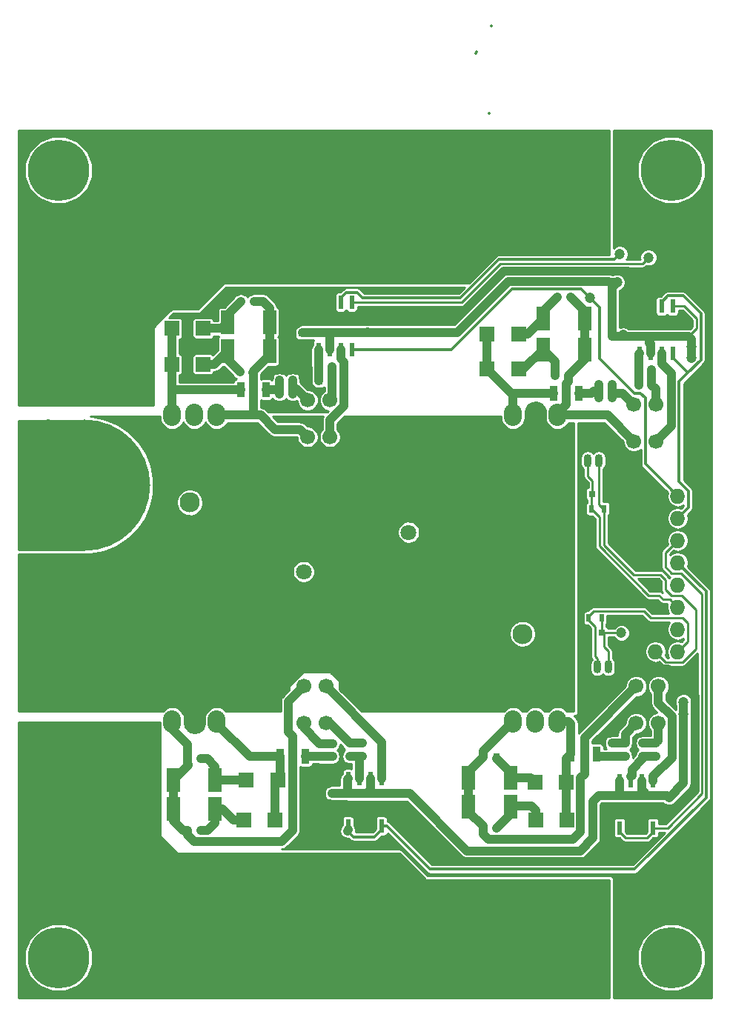
<source format=gtl>
G04 #@! TF.FileFunction,Copper,L1,Top,Signal*
%FSLAX46Y46*%
G04 Gerber Fmt 4.6, Leading zero omitted, Abs format (unit mm)*
G04 Created by KiCad (PCBNEW 4.0.1-stable) date 27.06.2016 00:57:11*
%MOMM*%
G01*
G04 APERTURE LIST*
%ADD10C,0.100000*%
%ADD11R,1.700000X1.680000*%
%ADD12R,0.750000X0.800000*%
%ADD13R,0.800000X0.750000*%
%ADD14R,2.300000X2.300000*%
%ADD15C,2.300000*%
%ADD16R,0.500000X0.900000*%
%ADD17O,2.032000X2.540000*%
%ADD18R,1.727200X1.727200*%
%ADD19O,1.727200X1.727200*%
%ADD20R,1.501140X2.700020*%
%ADD21C,7.000000*%
%ADD22R,0.900000X1.700000*%
%ADD23R,0.600000X1.550000*%
%ADD24O,0.899160X1.501140*%
%ADD25C,15.000000*%
%ADD26C,1.700000*%
%ADD27C,1.800000*%
%ADD28C,1.200000*%
%ADD29C,0.300000*%
%ADD30C,0.250000*%
%ADD31C,1.000000*%
%ADD32C,0.200000*%
%ADD33C,0.500000*%
%ADD34C,0.254000*%
G04 APERTURE END LIST*
D10*
D11*
X153960000Y-73750000D03*
X157540000Y-73750000D03*
D12*
X177000000Y-74000000D03*
X177000000Y-72500000D03*
X169500000Y-74000000D03*
X169500000Y-72500000D03*
D13*
X171266515Y-77815699D03*
X172766515Y-77815699D03*
D14*
X120000000Y-108000000D03*
D15*
X120000000Y-93000000D03*
D14*
X158000000Y-93000000D03*
D15*
X158000000Y-108000000D03*
D16*
X165850000Y-93700000D03*
X167350000Y-93700000D03*
X167050000Y-106200000D03*
X165550000Y-106200000D03*
D17*
X120530000Y-83000000D03*
X123070000Y-83000000D03*
X117990000Y-83000000D03*
X159470000Y-83000000D03*
X162010000Y-83000000D03*
X156930000Y-83000000D03*
X120530000Y-118000000D03*
X117990000Y-118000000D03*
X123070000Y-118000000D03*
X159470000Y-118000000D03*
X156930000Y-118000000D03*
X162010000Y-118000000D03*
D18*
X173180000Y-92250000D03*
D19*
X175720000Y-92250000D03*
X173180000Y-94790000D03*
X175720000Y-94790000D03*
X173180000Y-97330000D03*
X175720000Y-97330000D03*
X173180000Y-99870000D03*
X175720000Y-99870000D03*
X173180000Y-102410000D03*
X175720000Y-102410000D03*
X173180000Y-104950000D03*
X175720000Y-104950000D03*
X173180000Y-107490000D03*
X175720000Y-107490000D03*
X173180000Y-110030000D03*
X175720000Y-110030000D03*
D13*
X165950000Y-92000000D03*
X167450000Y-92000000D03*
X167100000Y-107900000D03*
X165600000Y-107900000D03*
D12*
X167250000Y-126500000D03*
X167250000Y-128000000D03*
X140400000Y-73550000D03*
X140400000Y-72050000D03*
X136250000Y-126250000D03*
X136250000Y-127750000D03*
X174750000Y-126750000D03*
X174750000Y-128250000D03*
X132800000Y-73650000D03*
X132800000Y-72150000D03*
X143750000Y-126250000D03*
X143750000Y-127750000D03*
D13*
X134770552Y-79131338D03*
X136270552Y-79131338D03*
X134720552Y-77431338D03*
X136220552Y-77431338D03*
D12*
X171750000Y-122000000D03*
X171750000Y-120500000D03*
X173250000Y-122000000D03*
X173250000Y-120500000D03*
D13*
X171266515Y-79565699D03*
X172766515Y-79565699D03*
D12*
X138250000Y-122000000D03*
X138250000Y-120500000D03*
X139750000Y-122000000D03*
X139750000Y-120500000D03*
D13*
X168250000Y-81000000D03*
X166750000Y-81000000D03*
X166750000Y-79500000D03*
X168250000Y-79500000D03*
X131750000Y-79000000D03*
X130250000Y-79000000D03*
X130250000Y-80600000D03*
X131750000Y-80600000D03*
D12*
X134812796Y-120535774D03*
X134812796Y-122035774D03*
X136312796Y-122035774D03*
X136312796Y-120535774D03*
X168250000Y-120500000D03*
X168250000Y-122000000D03*
X169750000Y-122000000D03*
X169750000Y-120500000D03*
D13*
X161750000Y-78500000D03*
X163250000Y-78500000D03*
X125750000Y-78100000D03*
X127250000Y-78100000D03*
X121250000Y-122250000D03*
X119750000Y-122250000D03*
X155000000Y-122000000D03*
X153500000Y-122000000D03*
X162000000Y-69500000D03*
X163500000Y-69500000D03*
X125850000Y-70000000D03*
X127350000Y-70000000D03*
X121250000Y-130500000D03*
X119750000Y-130500000D03*
X155000000Y-130250000D03*
X153500000Y-130250000D03*
D20*
X160349700Y-75500000D03*
X165150300Y-75500000D03*
X124299700Y-75700000D03*
X129100300Y-75700000D03*
X122900300Y-124750000D03*
X118099700Y-124750000D03*
X156650300Y-124500000D03*
X151849700Y-124500000D03*
D11*
X157540000Y-77750000D03*
X153960000Y-77750000D03*
X121500000Y-77200000D03*
X117920000Y-77200000D03*
X126460000Y-124750000D03*
X130040000Y-124750000D03*
X159460000Y-125000000D03*
X163040000Y-125000000D03*
D20*
X165150300Y-72000000D03*
X160349700Y-72000000D03*
X129100300Y-72400000D03*
X124299700Y-72400000D03*
X118099700Y-128000000D03*
X122900300Y-128000000D03*
X151849700Y-127750000D03*
X156650300Y-127750000D03*
D11*
X117920000Y-73100000D03*
X121500000Y-73100000D03*
X129750000Y-129250000D03*
X126170000Y-129250000D03*
X163080000Y-129250000D03*
X159500000Y-129250000D03*
D21*
X105000000Y-55000000D03*
X105000000Y-145000000D03*
X175000000Y-55000000D03*
X175000000Y-145000000D03*
D22*
X164450000Y-80500000D03*
X161550000Y-80500000D03*
X128700000Y-80100000D03*
X125800000Y-80100000D03*
X133200000Y-122000000D03*
X130300000Y-122000000D03*
X166450000Y-121750000D03*
X163550000Y-121750000D03*
D23*
X175155000Y-70550000D03*
X173885000Y-70550000D03*
X172615000Y-70550000D03*
X171345000Y-70550000D03*
X171345000Y-75950000D03*
X172615000Y-75950000D03*
X173885000Y-75950000D03*
X175155000Y-75950000D03*
X138505000Y-70100000D03*
X137235000Y-70100000D03*
X135965000Y-70100000D03*
X134695000Y-70100000D03*
X134695000Y-75500000D03*
X135965000Y-75500000D03*
X137235000Y-75500000D03*
X138505000Y-75500000D03*
X138095000Y-129950000D03*
X139365000Y-129950000D03*
X140635000Y-129950000D03*
X141905000Y-129950000D03*
X141905000Y-124550000D03*
X140635000Y-124550000D03*
X139365000Y-124550000D03*
X138095000Y-124550000D03*
X169095000Y-130200000D03*
X170365000Y-130200000D03*
X171635000Y-130200000D03*
X172905000Y-130200000D03*
X172905000Y-124800000D03*
X171635000Y-124800000D03*
X170365000Y-124800000D03*
X169095000Y-124800000D03*
D24*
X166730000Y-88200000D03*
X165460000Y-88200000D03*
X168000000Y-88200000D03*
X166530000Y-111800000D03*
X167800000Y-111800000D03*
X165260000Y-111800000D03*
D25*
X108000000Y-109000000D03*
X108000000Y-91000000D03*
X108000000Y-68000000D03*
X108000000Y-132000000D03*
D26*
X173540000Y-114000000D03*
X171000000Y-114000000D03*
X173540000Y-118200000D03*
X171000000Y-118200000D03*
X135540000Y-114000000D03*
X133000000Y-114000000D03*
X135540000Y-118200000D03*
X133000000Y-118200000D03*
X136000000Y-81300000D03*
X133460000Y-81300000D03*
X136000000Y-85500000D03*
X133460000Y-85500000D03*
X173250000Y-81800000D03*
X170710000Y-81800000D03*
X173250000Y-86000000D03*
X170710000Y-86000000D03*
D27*
X145000000Y-88900000D03*
X145000000Y-96400000D03*
X133000000Y-108400000D03*
X133000000Y-100900000D03*
D28*
X177275000Y-76450000D03*
X177325000Y-75150000D03*
X168799998Y-67825031D03*
X172400000Y-65000000D03*
X176400000Y-115800000D03*
X176361867Y-117186912D03*
X176499996Y-67000000D03*
X175100000Y-66999998D03*
X173800002Y-67000000D03*
X101100000Y-113300000D03*
X101800000Y-114300000D03*
X102700000Y-115200000D03*
X103700000Y-115900000D03*
X101100000Y-104700000D03*
X101800000Y-103700000D03*
X102700000Y-102800000D03*
X103700000Y-102100000D03*
X101100000Y-95299992D03*
X101799992Y-96300000D03*
X102699994Y-97200000D03*
X103700000Y-97899996D03*
X101100000Y-86799986D03*
X101800000Y-85700000D03*
X102700000Y-84800002D03*
X103800000Y-84100000D03*
X169099998Y-64600000D03*
X165700000Y-69600000D03*
X169300000Y-107900000D03*
X115999998Y-130200000D03*
X167000000Y-137000000D03*
X163000000Y-137000000D03*
X159000000Y-137000000D03*
X155000000Y-137000000D03*
X151000000Y-137000000D03*
X147000000Y-137000000D03*
X145000000Y-135000000D03*
X142000000Y-134000000D03*
X138000000Y-134000000D03*
X134000000Y-134000000D03*
X130000000Y-134000000D03*
X126000000Y-134000000D03*
X122000000Y-134000000D03*
X118000000Y-134000000D03*
X103000000Y-119000000D03*
X107000016Y-119000000D03*
X111000000Y-119000000D03*
X115000000Y-119000000D03*
X115000000Y-123000000D03*
X115000000Y-127000000D03*
X167071342Y-63849946D03*
X163079256Y-63749980D03*
X159059902Y-63749980D03*
X103000000Y-81000000D03*
X106999992Y-81000000D03*
X111000000Y-81000000D03*
X117000000Y-71000000D03*
X115000000Y-73000000D03*
X115000000Y-77000000D03*
X115000000Y-81000000D03*
X151700000Y-67000000D03*
X121000000Y-70000000D03*
X155000000Y-64000000D03*
X148000000Y-67000000D03*
X144000000Y-67000000D03*
X140000000Y-67000000D03*
X136000000Y-67000000D03*
X132000000Y-67000000D03*
X124000000Y-67000000D03*
X128000000Y-67000000D03*
D29*
X152684301Y-41616215D02*
X152784001Y-41516515D01*
X154409301Y-38516515D02*
X154434301Y-38516515D01*
X154184301Y-48516515D02*
X154159301Y-48516515D01*
D30*
X177000000Y-73975000D02*
X177000000Y-74000000D01*
X176500002Y-70550000D02*
X177899989Y-71949987D01*
X177899989Y-71949987D02*
X177899989Y-73075011D01*
X175155000Y-70550000D02*
X176500002Y-70550000D01*
X177899989Y-73075011D02*
X177000000Y-73975000D01*
D31*
X177325000Y-75150000D02*
X177325000Y-76399993D01*
X177325000Y-76399993D02*
X177275000Y-76399993D01*
X177325000Y-75150000D02*
X177325000Y-74325000D01*
X177325000Y-74325000D02*
X177000000Y-74000000D01*
X156374978Y-67725022D02*
X167851461Y-67725022D01*
X140400000Y-73550000D02*
X150550000Y-73550000D01*
X169500000Y-74000000D02*
X168250011Y-74000000D01*
X168250011Y-68375018D02*
X168799998Y-67825031D01*
X168250011Y-74000000D02*
X168250011Y-68375018D01*
D30*
X151100000Y-70100000D02*
X155500000Y-65700000D01*
D31*
X167851461Y-67725022D02*
X167951470Y-67825031D01*
X167951470Y-67825031D02*
X168799998Y-67825031D01*
X150550000Y-73550000D02*
X156374978Y-67725022D01*
D30*
X138505000Y-70100000D02*
X151100000Y-70100000D01*
X155500000Y-65700000D02*
X171700000Y-65700000D01*
X171700000Y-65700000D02*
X172400000Y-65000000D01*
D31*
X167250000Y-126500000D02*
X166700000Y-126500000D01*
X166700000Y-126500000D02*
X166049989Y-127150011D01*
X166049989Y-127150011D02*
X166049989Y-131350011D01*
X166049989Y-131350011D02*
X164600011Y-132799989D01*
X164600011Y-132799989D02*
X151674989Y-132799989D01*
X151674989Y-132799989D02*
X145125000Y-126250000D01*
X145125000Y-126250000D02*
X143750000Y-126250000D01*
X176400000Y-125075000D02*
X176400000Y-116648528D01*
X174750000Y-126750000D02*
X174750000Y-126725000D01*
X176400000Y-116648528D02*
X176400000Y-115800000D01*
X174750000Y-126725000D02*
X176400000Y-125075000D01*
D30*
X177200000Y-73800000D02*
X177000000Y-74000000D01*
D32*
X132800000Y-73625000D02*
X132800000Y-73650000D01*
D30*
X138505000Y-70100000D02*
X138505000Y-70575000D01*
D31*
X136000000Y-73550000D02*
X132900000Y-73550000D01*
X140400000Y-73550000D02*
X136000000Y-73550000D01*
X135984990Y-74982229D02*
X135984990Y-75480010D01*
X136000000Y-73550000D02*
X136000000Y-74967219D01*
X136000000Y-74967219D02*
X135984990Y-74982229D01*
X135984990Y-75480010D02*
X135965000Y-75500000D01*
D29*
X132900000Y-73550000D02*
X132800000Y-73650000D01*
D31*
X169500000Y-73750010D02*
X169500000Y-74000000D01*
X177000000Y-74000000D02*
X172500000Y-74000000D01*
X172500000Y-74000000D02*
X169500000Y-74000000D01*
X172615000Y-75950000D02*
X172615000Y-74875000D01*
X172500000Y-74760000D02*
X172500000Y-74000000D01*
X172615000Y-74875000D02*
X172500000Y-74760000D01*
X167250000Y-126500000D02*
X169250000Y-126500000D01*
X169250000Y-126500000D02*
X172000000Y-126500000D01*
X169095000Y-124800000D02*
X169095000Y-126345000D01*
X169095000Y-126345000D02*
X169250000Y-126500000D01*
X172000000Y-126500000D02*
X174500000Y-126500000D01*
X171635000Y-124800000D02*
X171635000Y-125825000D01*
X172000000Y-126190000D02*
X172000000Y-126500000D01*
X171635000Y-125825000D02*
X172000000Y-126190000D01*
D30*
X174500000Y-126500000D02*
X174750000Y-126750000D01*
D31*
X140500000Y-126250000D02*
X140500000Y-126000000D01*
X140500000Y-126000000D02*
X140615010Y-125884990D01*
X140615010Y-125884990D02*
X140615010Y-124569990D01*
X140615010Y-124569990D02*
X140635000Y-124550000D01*
X137950000Y-126250000D02*
X138000000Y-126200000D01*
X138000000Y-126200000D02*
X138000000Y-124645000D01*
X138000000Y-124645000D02*
X138095000Y-124550000D01*
X140500000Y-126250000D02*
X143750000Y-126250000D01*
X137950000Y-126250000D02*
X140500000Y-126250000D01*
X137925000Y-126225000D02*
X137950000Y-126250000D01*
X136250000Y-126225000D02*
X137925000Y-126225000D01*
D30*
X138095000Y-124550000D02*
X138095000Y-125025000D01*
X140635000Y-125025000D02*
X140635000Y-124550000D01*
X136250000Y-126250000D02*
X136250000Y-126225000D01*
X137925000Y-124550000D02*
X138095000Y-124550000D01*
D31*
X140400000Y-73550000D02*
X140350000Y-73500000D01*
D29*
X172615000Y-75950000D02*
X172615000Y-75475000D01*
X140400000Y-73525000D02*
X140400000Y-73550000D01*
D31*
X170025010Y-66525011D02*
X170749999Y-67250000D01*
X155874989Y-66525011D02*
X170025010Y-66525011D01*
X140400000Y-72050000D02*
X150350000Y-72050000D01*
X150350000Y-72050000D02*
X155874989Y-66525011D01*
D30*
X165260000Y-111800000D02*
X165300000Y-111760000D01*
X165300000Y-111760000D02*
X165300000Y-109900000D01*
X165300000Y-109900000D02*
X165600000Y-109600000D01*
X165600000Y-109600000D02*
X165600000Y-107900000D01*
X168000000Y-88200000D02*
X168000000Y-90000000D01*
X168000000Y-90000000D02*
X167500000Y-90500000D01*
X167500000Y-90500000D02*
X167500000Y-91950000D01*
X167500000Y-91950000D02*
X167450000Y-92000000D01*
X165260000Y-111800000D02*
X165260000Y-112060000D01*
X165260000Y-112060000D02*
X166075580Y-112875580D01*
X166075580Y-112875580D02*
X170385418Y-112875580D01*
X170385418Y-112875580D02*
X171361010Y-111899988D01*
X171361010Y-111899988D02*
X171899988Y-111899988D01*
D31*
X177700001Y-125925001D02*
X177700001Y-115175999D01*
X175375002Y-128250000D02*
X177700001Y-125925001D01*
X174567614Y-112043612D02*
X172043612Y-112043612D01*
X174750000Y-128250000D02*
X175375002Y-128250000D01*
X172043612Y-112043612D02*
X171899988Y-111899988D01*
X177700001Y-115175999D02*
X174567614Y-112043612D01*
X172951474Y-67000000D02*
X173800002Y-67000000D01*
X170999999Y-67000000D02*
X172951474Y-67000000D01*
X170749999Y-67250000D02*
X170999999Y-67000000D01*
D30*
X167450000Y-92000000D02*
X172930000Y-92000000D01*
X172930000Y-92000000D02*
X173180000Y-92250000D01*
D31*
X171616399Y-107516399D02*
X171642798Y-107490000D01*
X171642798Y-107490000D02*
X173180000Y-107490000D01*
X171899988Y-111899988D02*
X171616399Y-111616399D01*
X171616399Y-111616399D02*
X171616399Y-107516399D01*
X149500000Y-134000000D02*
X143250000Y-127750000D01*
X167500000Y-128250000D02*
X167500000Y-132300000D01*
X167500000Y-132300000D02*
X165800000Y-134000000D01*
X165800000Y-134000000D02*
X149500000Y-134000000D01*
X171000000Y-128250000D02*
X170950000Y-128200000D01*
X170950000Y-128200000D02*
X167550000Y-128200000D01*
X167550000Y-128200000D02*
X167500000Y-128250000D01*
D29*
X135965000Y-70100000D02*
X135250000Y-70100000D01*
D32*
X134695000Y-70100000D02*
X135250000Y-70100000D01*
D31*
X132800000Y-72150000D02*
X135250000Y-72150000D01*
X135250000Y-72150000D02*
X140300000Y-72150000D01*
X135250000Y-70100000D02*
X135250000Y-72150000D01*
D29*
X140300000Y-72150000D02*
X140400000Y-72050000D01*
D31*
X140000000Y-127750000D02*
X143250000Y-127750000D01*
X143250000Y-127750000D02*
X143750000Y-127750000D01*
X170749999Y-67250000D02*
X170749999Y-68179999D01*
X170749999Y-68179999D02*
X171345000Y-68775000D01*
X171345000Y-68775000D02*
X171345000Y-70550000D01*
X172000000Y-70550000D02*
X172615000Y-70550000D01*
X171345000Y-70550000D02*
X172000000Y-70550000D01*
X169500000Y-72500000D02*
X172000000Y-72500000D01*
X172000000Y-72500000D02*
X177000000Y-72500000D01*
X172000000Y-70550000D02*
X172000000Y-72500000D01*
D30*
X171000000Y-130200000D02*
X171635000Y-130200000D01*
D31*
X170365000Y-130200000D02*
X171000000Y-130200000D01*
X174750000Y-128250000D02*
X171000000Y-128250000D01*
X171000000Y-130200000D02*
X171000000Y-128250000D01*
D30*
X167500000Y-128250000D02*
X167250000Y-128000000D01*
D31*
X140000000Y-129950000D02*
X139365000Y-129950000D01*
X140635000Y-129950000D02*
X140000000Y-129950000D01*
X138190000Y-127750000D02*
X140000000Y-127750000D01*
X140000000Y-129950000D02*
X140000000Y-127750000D01*
X136250000Y-127750000D02*
X138190000Y-127750000D01*
D29*
X169500000Y-72500000D02*
X169500000Y-72395000D01*
X135965000Y-70575000D02*
X135965000Y-70100000D01*
X132800000Y-72150000D02*
X132800000Y-71995000D01*
D31*
X136270552Y-79131338D02*
X136270552Y-81029448D01*
X136270552Y-81029448D02*
X136000000Y-81300000D01*
X136270552Y-79131338D02*
X136270552Y-77481338D01*
D33*
X136270552Y-77481338D02*
X136220552Y-77431338D01*
D31*
X134695000Y-75500000D02*
X134695000Y-77405786D01*
X134695000Y-77405786D02*
X134720552Y-77431338D01*
X134720552Y-77431338D02*
X134720552Y-79081338D01*
D33*
X134720552Y-79081338D02*
X134770552Y-79131338D01*
D31*
X171750000Y-122000000D02*
X171750000Y-122250000D01*
X171750000Y-122250000D02*
X170500000Y-123500000D01*
X170500000Y-123500000D02*
X170500000Y-124190000D01*
X170500000Y-124190000D02*
X170365000Y-124325000D01*
D30*
X170365000Y-124325000D02*
X170365000Y-124800000D01*
D31*
X171750000Y-122000000D02*
X173250000Y-122000000D01*
X173250000Y-120500000D02*
X171750000Y-120500000D01*
X173540000Y-118200000D02*
X173540000Y-120210000D01*
D30*
X173540000Y-120210000D02*
X173250000Y-120500000D01*
D31*
X171266515Y-77815699D02*
X171266515Y-76028485D01*
X171266515Y-76028485D02*
X171345000Y-75950000D01*
X171266515Y-77815699D02*
X171266515Y-79565699D01*
X173250000Y-80049184D02*
X173250000Y-80597919D01*
X172766515Y-79565699D02*
X173250000Y-80049184D01*
X173250000Y-80597919D02*
X173250000Y-81800000D01*
X172766515Y-77815699D02*
X172766515Y-79565699D01*
X139000000Y-122000000D02*
X139750000Y-122000000D01*
X138250000Y-122000000D02*
X139000000Y-122000000D01*
X139000000Y-122000000D02*
X139365000Y-122365000D01*
X139365000Y-122365000D02*
X139365000Y-124550000D01*
X139750000Y-120500000D02*
X138250000Y-120500000D01*
X135540000Y-118200000D02*
X135950000Y-118200000D01*
X135950000Y-118200000D02*
X138250000Y-120500000D01*
X168250000Y-80500000D02*
X168250000Y-81000000D01*
X168250000Y-79500000D02*
X168250000Y-80500000D01*
X168250000Y-80500000D02*
X169410000Y-80500000D01*
X169410000Y-80500000D02*
X170710000Y-81800000D01*
X166750000Y-79500000D02*
X166750000Y-80250000D01*
X166750000Y-80250000D02*
X166750000Y-81000000D01*
X164450000Y-80500000D02*
X165900000Y-80500000D01*
X165900000Y-80500000D02*
X166150000Y-80250000D01*
X166150000Y-80250000D02*
X166750000Y-80250000D01*
D30*
X132500000Y-108400000D02*
X138800000Y-102100000D01*
X138800000Y-102100000D02*
X138800000Y-94600000D01*
X138800000Y-94600000D02*
X144500000Y-88900000D01*
X144500000Y-88900000D02*
X155200000Y-88900000D01*
D33*
X120000000Y-108000000D02*
X120000000Y-117470000D01*
X120000000Y-117470000D02*
X120530000Y-118000000D01*
X120000000Y-108000000D02*
X118350000Y-108000000D01*
X118350000Y-108000000D02*
X117350000Y-109000000D01*
X117350000Y-109000000D02*
X108000000Y-109000000D01*
X119600000Y-108000000D02*
X132100000Y-108000000D01*
X132100000Y-108000000D02*
X132500000Y-108400000D01*
D30*
X155200000Y-88900000D02*
X155200000Y-87524000D01*
X155200000Y-87524000D02*
X158204000Y-84520000D01*
X158204000Y-84520000D02*
X159470000Y-83254000D01*
X155200000Y-88900000D02*
X157500000Y-91200000D01*
X157500000Y-91200000D02*
X157500000Y-93000000D01*
X159470000Y-83254000D02*
X159470000Y-83000000D01*
X109000000Y-108000000D02*
X113999999Y-112999999D01*
X159470000Y-83254000D02*
X159024999Y-83699001D01*
D33*
X101100000Y-95600008D02*
X101100000Y-95299992D01*
X101799992Y-96300000D02*
X101100000Y-95600008D01*
X102099993Y-96600001D02*
X101799992Y-96300000D01*
X102699994Y-97200000D02*
X102099993Y-96600001D01*
X103000004Y-97200000D02*
X102699994Y-97200000D01*
X103700000Y-97899996D02*
X103000004Y-97200000D01*
X104299999Y-97299997D02*
X103700000Y-97899996D01*
X108000000Y-93599996D02*
X104299999Y-97299997D01*
X108000000Y-91000000D02*
X108000000Y-93599996D01*
X101100000Y-86400000D02*
X101100000Y-86799986D01*
X101800000Y-85700000D02*
X101100000Y-86400000D01*
X102099999Y-85400001D02*
X101800000Y-85700000D01*
X102700000Y-84800002D02*
X102099999Y-85400001D01*
X103099998Y-84800002D02*
X102700000Y-84800002D01*
X103800000Y-84100000D02*
X103099998Y-84800002D01*
X108000000Y-91000000D02*
X108000000Y-88300000D01*
X108000000Y-88300000D02*
X103800000Y-84100000D01*
X108000000Y-91000000D02*
X108000000Y-87500000D01*
D31*
X129100300Y-75700000D02*
X129100300Y-76099700D01*
X129100300Y-76099700D02*
X127250000Y-77950000D01*
X127250000Y-77950000D02*
X127250000Y-78100000D01*
X153500000Y-122000000D02*
X153500000Y-122100000D01*
X153500000Y-122100000D02*
X151849700Y-123750300D01*
X151849700Y-123750300D02*
X151849700Y-124500000D01*
X153500000Y-122000000D02*
X153500000Y-121430000D01*
X153500000Y-121430000D02*
X156930000Y-118000000D01*
D33*
X108000000Y-92000000D02*
X107700000Y-92000000D01*
D31*
X171000000Y-114000000D02*
X165100000Y-119900000D01*
X165100000Y-119900000D02*
X165100000Y-124000000D01*
X165100000Y-124000000D02*
X164630001Y-124469999D01*
X153500000Y-130875002D02*
X153500000Y-130250000D01*
X164630001Y-124469999D02*
X164630001Y-130650001D01*
X164630001Y-130650001D02*
X163780002Y-131500000D01*
X163780002Y-131500000D02*
X154124998Y-131500000D01*
X154124998Y-131500000D02*
X153500000Y-130875002D01*
X151849700Y-124500000D02*
X151849700Y-127750000D01*
D30*
X151849700Y-127750000D02*
X151849700Y-128349440D01*
D31*
X151849700Y-128349440D02*
X153500000Y-129999740D01*
D30*
X153500000Y-129999740D02*
X153500000Y-130250000D01*
D31*
X127250000Y-83000000D02*
X124386000Y-83000000D01*
X128079998Y-83000000D02*
X127250000Y-83000000D01*
X127250000Y-83000000D02*
X127250000Y-78100000D01*
X133460000Y-85500000D02*
X132610001Y-84650001D01*
X132610001Y-84650001D02*
X129729999Y-84650001D01*
X124386000Y-83000000D02*
X123070000Y-83000000D01*
X129729999Y-84650001D02*
X128079998Y-83000000D01*
X127350000Y-70000000D02*
X128350310Y-70000000D01*
X129100300Y-70749990D02*
X129100300Y-72400000D01*
X128350310Y-70000000D02*
X129100300Y-70749990D01*
X127200000Y-78150000D02*
X127250000Y-78100000D01*
D29*
X127216000Y-78100000D02*
X127250000Y-78100000D01*
X127250000Y-78200000D02*
X127116000Y-78200000D01*
X127225000Y-78200000D02*
X127250000Y-78200000D01*
D31*
X129100300Y-75700000D02*
X129100300Y-72400000D01*
D29*
X127250000Y-78200000D02*
X127275000Y-78200000D01*
X129100300Y-76374700D02*
X129100300Y-75700000D01*
X174856401Y-91386401D02*
X175720000Y-92250000D01*
X172049999Y-88579999D02*
X174856401Y-91386401D01*
X172049999Y-81049999D02*
X172049999Y-88579999D01*
X170795814Y-80500000D02*
X171500000Y-80500000D01*
X166800000Y-76504186D02*
X170795814Y-80500000D01*
X171500000Y-80500000D02*
X172049999Y-81049999D01*
X166800000Y-70700000D02*
X166800000Y-76504186D01*
X165700000Y-69600000D02*
X166800000Y-70700000D01*
X137235000Y-70100000D02*
X137235000Y-69625000D01*
X137924999Y-68974999D02*
X139085001Y-68974999D01*
X137235000Y-69625000D02*
X137860000Y-69000000D01*
X137860000Y-69000000D02*
X137899998Y-69000000D01*
X137899998Y-69000000D02*
X137924999Y-68974999D01*
X139085001Y-68974999D02*
X139710002Y-69600000D01*
X139710002Y-69600000D02*
X150900000Y-69600000D01*
X155300001Y-65199999D02*
X168499999Y-65199999D01*
X150900000Y-69600000D02*
X155300001Y-65199999D01*
X168499999Y-65199999D02*
X169099998Y-64600000D01*
X156789998Y-68600000D02*
X164600000Y-68600000D01*
X164600000Y-68600000D02*
X164700000Y-68600000D01*
X164700000Y-68600000D02*
X165700000Y-69600000D01*
X138505000Y-75500000D02*
X149889998Y-75500000D01*
X149889998Y-75500000D02*
X156789998Y-68600000D01*
X138505000Y-75975000D02*
X138505000Y-75500000D01*
X175720000Y-94790000D02*
X176933601Y-93576399D01*
X176933601Y-93576399D02*
X176933601Y-91667471D01*
X176933601Y-91667471D02*
X175900000Y-90633870D01*
X175900000Y-90633870D02*
X175900000Y-79187202D01*
X175900000Y-79187202D02*
X176908601Y-78178601D01*
X173885000Y-70550000D02*
X173885000Y-70075000D01*
X173885000Y-70075000D02*
X174585001Y-69374999D01*
X178375000Y-71375000D02*
X178375000Y-76712202D01*
X174585001Y-69374999D02*
X176374999Y-69374999D01*
X176374999Y-69374999D02*
X178375000Y-71375000D01*
X178375000Y-76712202D02*
X176908601Y-78178601D01*
X175980003Y-77250003D02*
X175155000Y-76425000D01*
X176908601Y-78178601D02*
X175980003Y-77250003D01*
X175155000Y-76425000D02*
X175155000Y-75950000D01*
D30*
X175720000Y-94790000D02*
X175720000Y-94780000D01*
X174591742Y-130200000D02*
X178525012Y-126266730D01*
X178525012Y-103455882D02*
X176127731Y-101058601D01*
X174368601Y-100368601D02*
X174368601Y-98681399D01*
X178525012Y-126266730D02*
X178525012Y-103455882D01*
X172905000Y-130200000D02*
X174591742Y-130200000D01*
X176127731Y-101058601D02*
X175058601Y-101058601D01*
X174368601Y-98681399D02*
X174856401Y-98193599D01*
X175058601Y-101058601D02*
X174368601Y-100368601D01*
X174856401Y-98193599D02*
X175720000Y-97330000D01*
X169095000Y-130675000D02*
X169095000Y-130200000D01*
X169770001Y-131350001D02*
X169095000Y-130675000D01*
X172229999Y-131350001D02*
X169770001Y-131350001D01*
X172905000Y-130675000D02*
X172229999Y-131350001D01*
X172905000Y-130200000D02*
X172905000Y-130675000D01*
D29*
X142505000Y-129950000D02*
X141905000Y-129950000D01*
X147455000Y-134900000D02*
X142505000Y-129950000D01*
X179000023Y-126707099D02*
X170807122Y-134900000D01*
X179000023Y-103150023D02*
X179000023Y-126707099D01*
X170807122Y-134900000D02*
X147455000Y-134900000D01*
X175720000Y-99870000D02*
X179000023Y-103150023D01*
X138000000Y-130520000D02*
X138680000Y-131200000D01*
X138680000Y-131200000D02*
X141100000Y-131200000D01*
X141100000Y-131200000D02*
X141905000Y-130395000D01*
X141905000Y-130395000D02*
X141905000Y-129950000D01*
D31*
X138000000Y-130520000D02*
X138095000Y-130425000D01*
D30*
X138095000Y-130425000D02*
X138095000Y-129950000D01*
X175720000Y-104950000D02*
X174856401Y-104086401D01*
X174856401Y-104086401D02*
X174075531Y-104086401D01*
X174075531Y-104086401D02*
X173587731Y-103598601D01*
X173587731Y-103598601D02*
X172401399Y-103598601D01*
X172401399Y-103598601D02*
X166800000Y-97997202D01*
X166800000Y-97997202D02*
X166800000Y-94650000D01*
X166800000Y-94650000D02*
X165850000Y-93700000D01*
X167800000Y-111800000D02*
X167800000Y-110000000D01*
X167800000Y-110000000D02*
X167300000Y-109500000D01*
X167300000Y-109500000D02*
X167300000Y-108075000D01*
X167300000Y-108075000D02*
X167125000Y-107900000D01*
X167125000Y-107900000D02*
X167100000Y-107900000D01*
X165950000Y-92000000D02*
X166000000Y-91950000D01*
X166000000Y-91950000D02*
X166000000Y-90500000D01*
X166000000Y-90500000D02*
X165460000Y-89960000D01*
X165460000Y-89960000D02*
X165460000Y-88200000D01*
X167750000Y-107900000D02*
X169300000Y-107900000D01*
X167100000Y-107900000D02*
X167750000Y-107900000D01*
X165850000Y-93700000D02*
X165850000Y-92100000D01*
X165850000Y-92100000D02*
X165950000Y-92000000D01*
X167050000Y-106200000D02*
X167050000Y-107850000D01*
X167050000Y-107850000D02*
X167100000Y-107900000D01*
X166730000Y-88200000D02*
X166730000Y-91359998D01*
X166730000Y-91359998D02*
X166724999Y-91364999D01*
X166724999Y-91364999D02*
X166724999Y-92635001D01*
X166724999Y-92635001D02*
X166730000Y-92640002D01*
X166730000Y-92640002D02*
X166730000Y-93230000D01*
X167200000Y-93700000D02*
X167350000Y-93700000D01*
X166730000Y-93230000D02*
X167200000Y-93700000D01*
X167350000Y-93700000D02*
X167350000Y-97850000D01*
X167350000Y-97850000D02*
X170721399Y-101221399D01*
X170721399Y-101221399D02*
X173750529Y-101221399D01*
X177800000Y-105270870D02*
X177800000Y-109709130D01*
X173750529Y-101221399D02*
X174368601Y-101839471D01*
X175024462Y-103636390D02*
X176165520Y-103636390D01*
X174368601Y-101839471D02*
X174368601Y-102980529D01*
X174368601Y-102980529D02*
X175024462Y-103636390D01*
X174368601Y-111218601D02*
X174043599Y-110893599D01*
X174043599Y-110893599D02*
X173180000Y-110030000D01*
X176165520Y-103636390D02*
X177800000Y-105270870D01*
X177800000Y-109709130D02*
X176290529Y-111218601D01*
X176290529Y-111218601D02*
X174368601Y-111218601D01*
X175720000Y-110030000D02*
X176908601Y-108841399D01*
X176290529Y-106138601D02*
X172609471Y-106138601D01*
X176908601Y-108841399D02*
X176908601Y-106756673D01*
X176908601Y-106756673D02*
X176290529Y-106138601D01*
X172609471Y-106138601D02*
X171870870Y-105400000D01*
X171870870Y-105400000D02*
X166150000Y-105400000D01*
X166150000Y-105400000D02*
X165550000Y-106000000D01*
X165550000Y-106000000D02*
X165550000Y-106200000D01*
X166530000Y-111800000D02*
X166530000Y-110799430D01*
X166530000Y-110799430D02*
X166325001Y-110594431D01*
X166325001Y-110594431D02*
X166325001Y-107175001D01*
X166325001Y-107175001D02*
X165550000Y-106400000D01*
X165550000Y-106400000D02*
X165550000Y-106200000D01*
D31*
X118099700Y-124750000D02*
X118099700Y-124700300D01*
X118099700Y-124700300D02*
X119800000Y-123000000D01*
X119800000Y-123000000D02*
X119800000Y-122925000D01*
X119800000Y-122925000D02*
X119750000Y-122875000D01*
X119750000Y-122875000D02*
X119750000Y-122250000D01*
X119750000Y-122250000D02*
X119750000Y-120650000D01*
X119750000Y-120650000D02*
X117990000Y-118890000D01*
X117990000Y-118890000D02*
X117990000Y-118000000D01*
X118099700Y-128000000D02*
X118099700Y-129399700D01*
X118099700Y-129399700D02*
X119200000Y-130500000D01*
X119200000Y-130500000D02*
X119750000Y-130500000D01*
D33*
X118000000Y-134000000D02*
X116400000Y-134000000D01*
X116400000Y-134000000D02*
X116200000Y-133800000D01*
X116200000Y-133800000D02*
X116200000Y-130400002D01*
X116200000Y-130400002D02*
X115999998Y-130200000D01*
X115999998Y-127999998D02*
X115999998Y-129351472D01*
X115999998Y-129351472D02*
X115999998Y-130200000D01*
X115000000Y-127000000D02*
X115999998Y-127999998D01*
X103000000Y-119000000D02*
X103000000Y-127000000D01*
X103000000Y-127000000D02*
X108000000Y-132000000D01*
X163000000Y-137000000D02*
X167000000Y-137000000D01*
X159000000Y-137000000D02*
X163000000Y-137000000D01*
X155000000Y-137000000D02*
X159000000Y-137000000D01*
X151000000Y-137000000D02*
X155000000Y-137000000D01*
X147000000Y-137000000D02*
X151000000Y-137000000D01*
X145000000Y-135000000D02*
X147000000Y-137000000D01*
X144000000Y-134000000D02*
X145000000Y-135000000D01*
X142000000Y-134000000D02*
X144000000Y-134000000D01*
X138000000Y-134000000D02*
X142000000Y-134000000D01*
X134000000Y-134000000D02*
X138000000Y-134000000D01*
X130000000Y-134000000D02*
X134000000Y-134000000D01*
X126000000Y-134000000D02*
X130000000Y-134000000D01*
X122000000Y-134000000D02*
X126000000Y-134000000D01*
X118000000Y-134000000D02*
X122000000Y-134000000D01*
X103071067Y-119000000D02*
X103000000Y-119000000D01*
X103000000Y-119000000D02*
X107000016Y-119000000D01*
X107000016Y-119000000D02*
X111000000Y-119000000D01*
X111000000Y-119000000D02*
X115000000Y-119000000D01*
X115000000Y-119000000D02*
X115000000Y-123000000D01*
X115000000Y-123000000D02*
X115000000Y-127000000D01*
D31*
X133000000Y-114000000D02*
X131250000Y-115750000D01*
X131250000Y-115750000D02*
X131250000Y-119250000D01*
X131750000Y-119750000D02*
X131750000Y-130500000D01*
X131250000Y-119250000D02*
X131750000Y-119750000D01*
X131750000Y-130500000D02*
X130500000Y-131750000D01*
X130500000Y-131750000D02*
X120500000Y-131750000D01*
X120500000Y-131750000D02*
X119750000Y-131000000D01*
X119750000Y-131000000D02*
X119750000Y-130525000D01*
X119750000Y-130525000D02*
X119775000Y-130500000D01*
D30*
X119775000Y-130500000D02*
X119750000Y-130500000D01*
D31*
X118099700Y-124750000D02*
X118099700Y-126350010D01*
X118099700Y-126350010D02*
X118099700Y-128000000D01*
D30*
X119725000Y-122250000D02*
X119750000Y-122250000D01*
D33*
X163079256Y-63749980D02*
X166971376Y-63749980D01*
X166971376Y-63749980D02*
X167071342Y-63849946D01*
X159059902Y-63749980D02*
X163079256Y-63749980D01*
X155000000Y-64000000D02*
X158809882Y-64000000D01*
X158809882Y-64000000D02*
X159059902Y-63749980D01*
X102400001Y-80400001D02*
X103000000Y-81000000D01*
X102250001Y-80250001D02*
X102400001Y-80400001D01*
X102250001Y-77000000D02*
X102250001Y-80250001D01*
X110151472Y-81000000D02*
X106999992Y-81000000D01*
X111000000Y-81000000D02*
X110151472Y-81000000D01*
X111000000Y-81000000D02*
X106999992Y-81000000D01*
X114151472Y-81000000D02*
X111000000Y-81000000D01*
X115000000Y-81000000D02*
X111000000Y-81000000D01*
X115000000Y-81000000D02*
X114151472Y-81000000D01*
X115000000Y-73000000D02*
X117000000Y-71000000D01*
X117599999Y-70400001D02*
X117000000Y-71000000D01*
X117848528Y-70000000D02*
X117848528Y-70151472D01*
X118000000Y-70000000D02*
X117599999Y-70400001D01*
X117848528Y-70151472D02*
X117599999Y-70400001D01*
X121000000Y-70000000D02*
X118000000Y-70000000D01*
X115000000Y-77000000D02*
X115000000Y-73000000D01*
X115000000Y-81000000D02*
X115000000Y-77000000D01*
X148000000Y-67000000D02*
X151700000Y-67000000D01*
X152000000Y-67000000D02*
X151700000Y-67000000D01*
X155000000Y-64000000D02*
X152000000Y-67000000D01*
X123400001Y-67599999D02*
X121000000Y-70000000D01*
X124000000Y-67000000D02*
X123400001Y-67599999D01*
X144000000Y-67000000D02*
X148000000Y-67000000D01*
X140000000Y-67000000D02*
X144000000Y-67000000D01*
X136000000Y-67000000D02*
X140000000Y-67000000D01*
X136000000Y-67000000D02*
X134000000Y-67000000D01*
X134000000Y-67000000D02*
X132000000Y-67000000D01*
X128000000Y-67000000D02*
X132000000Y-67000000D01*
X128000000Y-67000000D02*
X124000000Y-67000000D01*
X102250001Y-77000000D02*
X102250001Y-77250001D01*
X102250001Y-74999999D02*
X102250001Y-77000000D01*
X107250000Y-70000000D02*
X102250001Y-74999999D01*
D31*
X163500000Y-69500000D02*
X163525000Y-69500000D01*
X163525000Y-69500000D02*
X165150300Y-71125300D01*
X165150300Y-71125300D02*
X165150300Y-72000000D01*
X165150300Y-72000000D02*
X165150300Y-73650010D01*
X165150300Y-73650010D02*
X165150300Y-75500000D01*
X162010000Y-82746000D02*
X163000000Y-81756000D01*
X163000000Y-81756000D02*
X163000000Y-79425000D01*
X163250000Y-79175000D02*
X163250000Y-78500000D01*
X163000000Y-79425000D02*
X163250000Y-79175000D01*
X170710000Y-86000000D02*
X167710000Y-83000000D01*
X167710000Y-83000000D02*
X162010000Y-83000000D01*
D29*
X162010000Y-83000000D02*
X162010000Y-82746000D01*
X165150300Y-75500000D02*
X165150300Y-76624700D01*
D31*
X165150300Y-76624700D02*
X163275000Y-78500000D01*
D29*
X163275000Y-78500000D02*
X163250000Y-78500000D01*
D33*
X119990000Y-82246000D02*
X119990000Y-82500000D01*
D31*
X131750000Y-80000000D02*
X131750000Y-80600000D01*
X131750000Y-79000000D02*
X131750000Y-80000000D01*
X131750000Y-80000000D02*
X132160000Y-80000000D01*
X132160000Y-80000000D02*
X133460000Y-81300000D01*
X130250000Y-79000000D02*
X130250000Y-79900000D01*
X130250000Y-79900000D02*
X130250000Y-80600000D01*
X130150000Y-80100000D02*
X130250000Y-80000000D01*
X128700000Y-80100000D02*
X130150000Y-80100000D01*
X130250000Y-80000000D02*
X130250000Y-79900000D01*
X133000000Y-118200000D02*
X133000000Y-118722978D01*
X133000000Y-118722978D02*
X134812796Y-120535774D01*
X134812796Y-120535774D02*
X136312796Y-120535774D01*
X133200000Y-122000000D02*
X134777022Y-122000000D01*
X134777022Y-122000000D02*
X134812796Y-122035774D01*
X134812796Y-122035774D02*
X135562796Y-122035774D01*
X135562796Y-122035774D02*
X136312796Y-122035774D01*
X169750000Y-120500000D02*
X169750000Y-119450000D01*
X169750000Y-119450000D02*
X171000000Y-118200000D01*
X169750000Y-120500000D02*
X168250000Y-120500000D01*
X168250000Y-122000000D02*
X166700000Y-122000000D01*
D30*
X166700000Y-122000000D02*
X166450000Y-121750000D01*
D31*
X168250000Y-122000000D02*
X169750000Y-122000000D01*
D30*
X168000000Y-121750000D02*
X168250000Y-122000000D01*
D31*
X157540000Y-77750000D02*
X158099700Y-77750000D01*
X158099700Y-77750000D02*
X160349700Y-75500000D01*
X161750000Y-78500000D02*
X161750000Y-76900300D01*
X161750000Y-76900300D02*
X160349700Y-75500000D01*
X121500000Y-77200000D02*
X122799700Y-77200000D01*
X122799700Y-77200000D02*
X124299700Y-75700000D01*
D33*
X123899700Y-76100000D02*
X124299700Y-75700000D01*
X124299700Y-75700000D02*
X124299700Y-76649700D01*
D31*
X124299700Y-76649700D02*
X125750000Y-78100000D01*
D33*
X124299700Y-75700000D02*
X124299700Y-76749700D01*
X124299700Y-76299440D02*
X124299700Y-75700000D01*
D31*
X122900300Y-124750000D02*
X126460000Y-124750000D01*
X121250000Y-122250000D02*
X122000310Y-122250000D01*
X122900300Y-123149990D02*
X122900300Y-124750000D01*
X122000310Y-122250000D02*
X122900300Y-123149990D01*
X156650300Y-124500000D02*
X158960000Y-124500000D01*
D30*
X158960000Y-124500000D02*
X159460000Y-125000000D01*
X155025000Y-122000000D02*
X155025000Y-122275260D01*
D31*
X155025000Y-122275260D02*
X156650300Y-123900560D01*
D30*
X156650300Y-123900560D02*
X156650300Y-124500000D01*
X155000000Y-122000000D02*
X155025000Y-122000000D01*
D31*
X160349700Y-72000000D02*
X160349700Y-71150300D01*
X160349700Y-71150300D02*
X162000000Y-69500000D01*
X157540000Y-73750000D02*
X158599700Y-73750000D01*
X158599700Y-73750000D02*
X160349700Y-72000000D01*
X124299700Y-72400000D02*
X124299700Y-71550300D01*
X124299700Y-71550300D02*
X125850000Y-70000000D01*
X121500000Y-73100000D02*
X123599700Y-73100000D01*
X123599700Y-73100000D02*
X124299700Y-72400000D01*
D33*
X123899700Y-72000000D02*
X124299700Y-72400000D01*
D31*
X122900300Y-128000000D02*
X123750000Y-128000000D01*
X123750000Y-128000000D02*
X125000000Y-129250000D01*
X125000000Y-129250000D02*
X126090000Y-129250000D01*
X126090000Y-129250000D02*
X126170000Y-129330000D01*
X126170000Y-129330000D02*
X126170000Y-129250000D01*
X121250000Y-130500000D02*
X122000310Y-130500000D01*
X122900300Y-129600010D02*
X122900300Y-128000000D01*
X122000310Y-130500000D02*
X122900300Y-129600010D01*
X156650300Y-127750000D02*
X156700300Y-127700000D01*
X156700300Y-127700000D02*
X159040000Y-127700000D01*
X159040000Y-127700000D02*
X159500000Y-128160000D01*
X159500000Y-128160000D02*
X159500000Y-129250000D01*
X155000000Y-130250000D02*
X155025000Y-130250000D01*
X156650300Y-128624700D02*
X156650300Y-127750000D01*
X155025000Y-130250000D02*
X156650300Y-128624700D01*
X161550000Y-80500000D02*
X157150000Y-80500000D01*
X157150000Y-80500000D02*
X156930000Y-80720000D01*
X156930000Y-82746000D02*
X156930000Y-83000000D01*
X153960000Y-77750000D02*
X153960000Y-73750000D01*
X156930000Y-83000000D02*
X156930000Y-80720000D01*
X156930000Y-80720000D02*
X153960000Y-77750000D01*
X125800000Y-80100000D02*
X118020000Y-80100000D01*
X118020000Y-80100000D02*
X117920000Y-80000000D01*
X117920000Y-77200000D02*
X117920000Y-80000000D01*
X117920000Y-80000000D02*
X117920000Y-82930000D01*
X117920000Y-82930000D02*
X117990000Y-83000000D01*
D33*
X117920000Y-77200000D02*
X117900000Y-77220000D01*
D31*
X117920000Y-77200000D02*
X117920000Y-73100000D01*
X130300000Y-122000000D02*
X130300000Y-124490000D01*
D30*
X130300000Y-124490000D02*
X130040000Y-124750000D01*
D31*
X126816000Y-122000000D02*
X130300000Y-122000000D01*
X126816000Y-122000000D02*
X123070000Y-118254000D01*
D30*
X123070000Y-118254000D02*
X123070000Y-118000000D01*
D31*
X129750000Y-129250000D02*
X129750000Y-125040000D01*
D30*
X129750000Y-125040000D02*
X130040000Y-124750000D01*
D31*
X163550000Y-121750000D02*
X163550000Y-118274000D01*
X163276000Y-118000000D02*
X162010000Y-118000000D01*
X163550000Y-118274000D02*
X163276000Y-118000000D01*
X163040000Y-125000000D02*
X163040000Y-122260000D01*
X163040000Y-122260000D02*
X163550000Y-121750000D01*
X163040000Y-125000000D02*
X163040000Y-129210000D01*
D30*
X163040000Y-129210000D02*
X163080000Y-129250000D01*
D31*
X173540000Y-115905998D02*
X173540000Y-115202081D01*
X172905000Y-124800000D02*
X172905000Y-124325000D01*
X175090001Y-122139999D02*
X175090001Y-117455999D01*
X173540000Y-115202081D02*
X173540000Y-114000000D01*
X175090001Y-117455999D02*
X173540000Y-115905998D01*
X172905000Y-124325000D02*
X175090001Y-122139999D01*
X137235000Y-76575000D02*
X137600000Y-76940000D01*
X136000000Y-83597904D02*
X136000000Y-84297919D01*
X137235000Y-75500000D02*
X137235000Y-76575000D01*
X137600000Y-81997904D02*
X136000000Y-83597904D01*
X136000000Y-84297919D02*
X136000000Y-85500000D01*
X137600000Y-76940000D02*
X137600000Y-81997904D01*
X173885000Y-75950000D02*
X173885000Y-76809182D01*
X173916516Y-77166516D02*
X175000000Y-78250000D01*
X173885000Y-76809182D02*
X173916516Y-76840698D01*
X173916516Y-76840698D02*
X173916516Y-77166516D01*
X175000000Y-78250000D02*
X175000000Y-84250000D01*
X175000000Y-84250000D02*
X174099999Y-85150001D01*
X174099999Y-85150001D02*
X173250000Y-86000000D01*
X135540000Y-114000000D02*
X141905000Y-120365000D01*
X141905000Y-120365000D02*
X141905000Y-124550000D01*
D34*
G36*
X159855674Y-81619827D02*
X160216388Y-81800184D01*
X160489780Y-82164707D01*
X160641078Y-82505128D01*
X160617136Y-82718582D01*
X160617000Y-82738031D01*
X160617000Y-83261969D01*
X160643529Y-83532537D01*
X160722107Y-83792800D01*
X160849741Y-84032843D01*
X161021568Y-84243524D01*
X161231044Y-84416818D01*
X161470191Y-84546124D01*
X161729898Y-84626517D01*
X162000275Y-84654935D01*
X162271022Y-84630295D01*
X162531827Y-84553536D01*
X162772756Y-84427582D01*
X162984631Y-84257229D01*
X163159383Y-84048968D01*
X163253924Y-83877000D01*
X163873000Y-83877000D01*
X163873000Y-116873000D01*
X163093467Y-116873000D01*
X162998432Y-116756476D01*
X162788956Y-116583182D01*
X162549809Y-116453876D01*
X162290102Y-116373483D01*
X162019725Y-116345065D01*
X161748978Y-116369705D01*
X161488173Y-116446464D01*
X161247244Y-116572418D01*
X161035369Y-116742771D01*
X160926094Y-116873000D01*
X160553467Y-116873000D01*
X160458432Y-116756476D01*
X160248956Y-116583182D01*
X160009809Y-116453876D01*
X159750102Y-116373483D01*
X159479725Y-116345065D01*
X159208978Y-116369705D01*
X158948173Y-116446464D01*
X158707244Y-116572418D01*
X158495369Y-116742771D01*
X158386094Y-116873000D01*
X158013467Y-116873000D01*
X157918432Y-116756476D01*
X157708956Y-116583182D01*
X157469809Y-116453876D01*
X157210102Y-116373483D01*
X156939725Y-116345065D01*
X156668978Y-116369705D01*
X156408173Y-116446464D01*
X156167244Y-116572418D01*
X155955369Y-116742771D01*
X155846094Y-116873000D01*
X139653265Y-116873000D01*
X137127000Y-114346734D01*
X137127000Y-113500000D01*
X137121972Y-113464619D01*
X137107286Y-113432039D01*
X137089803Y-113410197D01*
X136089803Y-112410197D01*
X136061229Y-112388734D01*
X136027807Y-112376082D01*
X136000000Y-112373000D01*
X133000000Y-112373000D01*
X132964619Y-112378028D01*
X132932039Y-112392714D01*
X132910197Y-112410197D01*
X132383192Y-112937202D01*
X132227437Y-113039125D01*
X132055515Y-113207483D01*
X131930868Y-113389526D01*
X131410197Y-113910197D01*
X131388734Y-113938771D01*
X131376082Y-113972193D01*
X131373000Y-114000000D01*
X131373000Y-114386734D01*
X130629867Y-115129867D01*
X130578446Y-115192467D01*
X130526375Y-115254524D01*
X130524153Y-115258565D01*
X130521226Y-115262129D01*
X130482936Y-115333539D01*
X130443918Y-115404513D01*
X130442524Y-115408907D01*
X130440344Y-115412973D01*
X130416645Y-115490489D01*
X130392165Y-115567661D01*
X130391651Y-115572241D01*
X130390302Y-115576654D01*
X130382113Y-115657272D01*
X130373085Y-115737755D01*
X130373022Y-115746766D01*
X130373005Y-115746938D01*
X130373020Y-115747098D01*
X130373000Y-115750000D01*
X130373000Y-116873000D01*
X124153467Y-116873000D01*
X124058432Y-116756476D01*
X123848956Y-116583182D01*
X123609809Y-116453876D01*
X123350102Y-116373483D01*
X123079725Y-116345065D01*
X122808978Y-116369705D01*
X122548173Y-116446464D01*
X122307244Y-116572418D01*
X122095369Y-116742771D01*
X121920617Y-116951032D01*
X121789644Y-117189270D01*
X121707440Y-117448410D01*
X121677136Y-117718582D01*
X121677000Y-117738031D01*
X121677000Y-118168366D01*
X121580173Y-118555674D01*
X121399816Y-118916388D01*
X121046846Y-119181115D01*
X120597918Y-119270901D01*
X120047766Y-119179209D01*
X119788548Y-119006397D01*
X119517539Y-118645053D01*
X119383000Y-118073261D01*
X119383000Y-117738031D01*
X119356471Y-117467463D01*
X119277893Y-117207200D01*
X119150259Y-116967157D01*
X118978432Y-116756476D01*
X118768956Y-116583182D01*
X118529809Y-116453876D01*
X118270102Y-116373483D01*
X117999725Y-116345065D01*
X117728978Y-116369705D01*
X117468173Y-116446464D01*
X117227244Y-116572418D01*
X117015369Y-116742771D01*
X116906094Y-116873000D01*
X100427000Y-116873000D01*
X100427000Y-108128394D01*
X156470992Y-108128394D01*
X156525051Y-108422935D01*
X156635289Y-108701366D01*
X156797509Y-108953082D01*
X157005532Y-109168496D01*
X157251434Y-109339402D01*
X157525848Y-109459291D01*
X157818322Y-109523595D01*
X158117717Y-109529867D01*
X158412628Y-109477866D01*
X158691822Y-109369574D01*
X158944664Y-109209115D01*
X159161525Y-109002601D01*
X159334143Y-108757899D01*
X159455945Y-108484328D01*
X159522290Y-108192310D01*
X159527066Y-107850270D01*
X159468901Y-107556513D01*
X159354785Y-107279648D01*
X159189066Y-107030221D01*
X158978056Y-106817733D01*
X158729793Y-106650277D01*
X158453731Y-106534231D01*
X158160387Y-106474017D01*
X157860934Y-106471926D01*
X157566778Y-106528039D01*
X157289124Y-106640219D01*
X157038546Y-106804192D01*
X156824590Y-107013714D01*
X156655405Y-107260802D01*
X156537435Y-107536047D01*
X156475173Y-107828963D01*
X156470992Y-108128394D01*
X100427000Y-108128394D01*
X100427000Y-101007374D01*
X131721321Y-101007374D01*
X131766529Y-101253692D01*
X131858720Y-101486538D01*
X131994381Y-101697044D01*
X132168346Y-101877190D01*
X132373989Y-102020115D01*
X132603476Y-102120376D01*
X132848067Y-102174152D01*
X133098444Y-102179397D01*
X133345072Y-102135910D01*
X133578557Y-102045347D01*
X133790004Y-101911159D01*
X133971360Y-101738456D01*
X134115718Y-101533816D01*
X134217578Y-101305034D01*
X134273061Y-101060825D01*
X134277055Y-100774784D01*
X134228412Y-100529120D01*
X134132980Y-100297584D01*
X133994392Y-100088993D01*
X133817929Y-99911294D01*
X133610311Y-99771253D01*
X133379446Y-99674207D01*
X133134129Y-99623850D01*
X132883702Y-99622102D01*
X132637705Y-99669028D01*
X132405508Y-99762842D01*
X132195955Y-99899970D01*
X132017028Y-100075188D01*
X131875542Y-100281824D01*
X131776886Y-100512005D01*
X131724818Y-100756965D01*
X131721321Y-101007374D01*
X100427000Y-101007374D01*
X100427000Y-98877000D01*
X103687964Y-98877000D01*
X103775317Y-98878830D01*
X103785695Y-98877000D01*
X107901411Y-98877000D01*
X108607240Y-98891785D01*
X110128531Y-98623541D01*
X111568747Y-98064918D01*
X112873030Y-97237194D01*
X113639416Y-96507374D01*
X143721321Y-96507374D01*
X143766529Y-96753692D01*
X143858720Y-96986538D01*
X143994381Y-97197044D01*
X144168346Y-97377190D01*
X144373989Y-97520115D01*
X144603476Y-97620376D01*
X144848067Y-97674152D01*
X145098444Y-97679397D01*
X145345072Y-97635910D01*
X145578557Y-97545347D01*
X145790004Y-97411159D01*
X145971360Y-97238456D01*
X146115718Y-97033816D01*
X146217578Y-96805034D01*
X146273061Y-96560825D01*
X146277055Y-96274784D01*
X146228412Y-96029120D01*
X146132980Y-95797584D01*
X145994392Y-95588993D01*
X145817929Y-95411294D01*
X145610311Y-95271253D01*
X145379446Y-95174207D01*
X145134129Y-95123850D01*
X144883702Y-95122102D01*
X144637705Y-95169028D01*
X144405508Y-95262842D01*
X144195955Y-95399970D01*
X144017028Y-95575188D01*
X143875542Y-95781824D01*
X143776886Y-96012005D01*
X143724818Y-96256965D01*
X143721321Y-96507374D01*
X113639416Y-96507374D01*
X113991701Y-96171898D01*
X114882151Y-94909606D01*
X115510461Y-93498398D01*
X115594523Y-93128394D01*
X118470992Y-93128394D01*
X118525051Y-93422935D01*
X118635289Y-93701366D01*
X118797509Y-93953082D01*
X119005532Y-94168496D01*
X119251434Y-94339402D01*
X119525848Y-94459291D01*
X119818322Y-94523595D01*
X120117717Y-94529867D01*
X120412628Y-94477866D01*
X120691822Y-94369574D01*
X120944664Y-94209115D01*
X121161525Y-94002601D01*
X121334143Y-93757899D01*
X121455945Y-93484328D01*
X121522290Y-93192310D01*
X121527066Y-92850270D01*
X121468901Y-92556513D01*
X121354785Y-92279648D01*
X121189066Y-92030221D01*
X120978056Y-91817733D01*
X120729793Y-91650277D01*
X120453731Y-91534231D01*
X120160387Y-91474017D01*
X119860934Y-91471926D01*
X119566778Y-91528039D01*
X119289124Y-91640219D01*
X119038546Y-91804192D01*
X118824590Y-92013714D01*
X118655405Y-92260802D01*
X118537435Y-92536047D01*
X118475173Y-92828963D01*
X118470992Y-93128394D01*
X115594523Y-93128394D01*
X115852700Y-91992027D01*
X115877337Y-90227620D01*
X115577292Y-88712281D01*
X114988630Y-87284080D01*
X114133773Y-85997417D01*
X113045283Y-84901301D01*
X111764619Y-84037482D01*
X110340563Y-83438864D01*
X108827355Y-83128247D01*
X108648749Y-83127000D01*
X116597000Y-83127000D01*
X116597000Y-83261969D01*
X116623529Y-83532537D01*
X116702107Y-83792800D01*
X116829741Y-84032843D01*
X117001568Y-84243524D01*
X117211044Y-84416818D01*
X117450191Y-84546124D01*
X117709898Y-84626517D01*
X117980275Y-84654935D01*
X118251022Y-84630295D01*
X118511827Y-84553536D01*
X118752756Y-84427582D01*
X118964631Y-84257229D01*
X119139383Y-84048968D01*
X119260842Y-83828036D01*
X119369741Y-84032843D01*
X119541568Y-84243524D01*
X119751044Y-84416818D01*
X119990191Y-84546124D01*
X120249898Y-84626517D01*
X120520275Y-84654935D01*
X120791022Y-84630295D01*
X121051827Y-84553536D01*
X121292756Y-84427582D01*
X121504631Y-84257229D01*
X121679383Y-84048968D01*
X121800842Y-83828036D01*
X121909741Y-84032843D01*
X122081568Y-84243524D01*
X122291044Y-84416818D01*
X122530191Y-84546124D01*
X122789898Y-84626517D01*
X123060275Y-84654935D01*
X123331022Y-84630295D01*
X123591827Y-84553536D01*
X123832756Y-84427582D01*
X124044631Y-84257229D01*
X124219383Y-84048968D01*
X124313924Y-83877000D01*
X127716732Y-83877000D01*
X129109866Y-85270134D01*
X129172466Y-85321555D01*
X129234523Y-85373626D01*
X129238564Y-85375848D01*
X129242128Y-85378775D01*
X129313538Y-85417065D01*
X129384512Y-85456083D01*
X129388906Y-85457477D01*
X129392972Y-85459657D01*
X129470488Y-85483356D01*
X129547660Y-85507836D01*
X129552240Y-85508350D01*
X129556653Y-85509699D01*
X129637271Y-85517888D01*
X129717754Y-85526916D01*
X129726765Y-85526979D01*
X129726937Y-85526996D01*
X129727097Y-85526981D01*
X129729999Y-85527001D01*
X132232451Y-85527001D01*
X132231387Y-85603170D01*
X132274825Y-85839843D01*
X132363406Y-86063573D01*
X132493755Y-86265836D01*
X132660909Y-86438929D01*
X132858500Y-86576258D01*
X133079002Y-86672593D01*
X133314015Y-86724264D01*
X133554590Y-86729303D01*
X133791561Y-86687519D01*
X134015904Y-86600502D01*
X134219072Y-86471568D01*
X134393327Y-86305626D01*
X134532032Y-86108999D01*
X134629904Y-85889175D01*
X134683215Y-85654528D01*
X134687053Y-85379686D01*
X134640315Y-85143642D01*
X134548619Y-84921171D01*
X134415458Y-84720748D01*
X134245904Y-84550006D01*
X134046415Y-84415449D01*
X133824589Y-84322202D01*
X133588877Y-84273817D01*
X133473276Y-84273010D01*
X133230134Y-84029868D01*
X133167534Y-83978447D01*
X133105477Y-83926376D01*
X133101436Y-83924154D01*
X133097872Y-83921227D01*
X133026462Y-83882937D01*
X132955488Y-83843919D01*
X132951094Y-83842525D01*
X132947028Y-83840345D01*
X132869512Y-83816646D01*
X132792340Y-83792166D01*
X132787760Y-83791652D01*
X132783347Y-83790303D01*
X132702729Y-83782114D01*
X132622246Y-83773086D01*
X132613235Y-83773023D01*
X132613063Y-83773006D01*
X132612903Y-83773021D01*
X132610001Y-83773001D01*
X130093265Y-83773001D01*
X129447264Y-83127000D01*
X135262128Y-83127000D01*
X135232936Y-83181443D01*
X135193918Y-83252417D01*
X135192524Y-83256811D01*
X135190344Y-83260877D01*
X135166645Y-83338393D01*
X135142165Y-83415565D01*
X135141651Y-83420145D01*
X135140302Y-83424558D01*
X135132113Y-83505176D01*
X135123085Y-83585659D01*
X135123022Y-83594670D01*
X135123005Y-83594842D01*
X135123020Y-83595002D01*
X135123000Y-83597904D01*
X135123000Y-84641397D01*
X135055515Y-84707483D01*
X134919569Y-84906028D01*
X134824776Y-85127197D01*
X134774747Y-85362566D01*
X134771387Y-85603170D01*
X134814825Y-85839843D01*
X134903406Y-86063573D01*
X135033755Y-86265836D01*
X135200909Y-86438929D01*
X135398500Y-86576258D01*
X135619002Y-86672593D01*
X135854015Y-86724264D01*
X136094590Y-86729303D01*
X136331561Y-86687519D01*
X136555904Y-86600502D01*
X136759072Y-86471568D01*
X136933327Y-86305626D01*
X137072032Y-86108999D01*
X137169904Y-85889175D01*
X137223215Y-85654528D01*
X137227053Y-85379686D01*
X137180315Y-85143642D01*
X137088619Y-84921171D01*
X136955458Y-84720748D01*
X136877000Y-84641740D01*
X136877000Y-83961170D01*
X137711169Y-83127000D01*
X155537000Y-83127000D01*
X155537000Y-83261969D01*
X155563529Y-83532537D01*
X155642107Y-83792800D01*
X155769741Y-84032843D01*
X155941568Y-84243524D01*
X156151044Y-84416818D01*
X156390191Y-84546124D01*
X156649898Y-84626517D01*
X156920275Y-84654935D01*
X157191022Y-84630295D01*
X157451827Y-84553536D01*
X157692756Y-84427582D01*
X157904631Y-84257229D01*
X158079383Y-84048968D01*
X158210356Y-83810730D01*
X158292560Y-83551590D01*
X158322864Y-83281418D01*
X158323000Y-83261969D01*
X158323000Y-82738031D01*
X158306969Y-82574536D01*
X158508236Y-82071370D01*
X158775232Y-81804374D01*
X159144326Y-81619827D01*
X159500000Y-81530909D01*
X159855674Y-81619827D01*
X159855674Y-81619827D01*
G37*
X159855674Y-81619827D02*
X160216388Y-81800184D01*
X160489780Y-82164707D01*
X160641078Y-82505128D01*
X160617136Y-82718582D01*
X160617000Y-82738031D01*
X160617000Y-83261969D01*
X160643529Y-83532537D01*
X160722107Y-83792800D01*
X160849741Y-84032843D01*
X161021568Y-84243524D01*
X161231044Y-84416818D01*
X161470191Y-84546124D01*
X161729898Y-84626517D01*
X162000275Y-84654935D01*
X162271022Y-84630295D01*
X162531827Y-84553536D01*
X162772756Y-84427582D01*
X162984631Y-84257229D01*
X163159383Y-84048968D01*
X163253924Y-83877000D01*
X163873000Y-83877000D01*
X163873000Y-116873000D01*
X163093467Y-116873000D01*
X162998432Y-116756476D01*
X162788956Y-116583182D01*
X162549809Y-116453876D01*
X162290102Y-116373483D01*
X162019725Y-116345065D01*
X161748978Y-116369705D01*
X161488173Y-116446464D01*
X161247244Y-116572418D01*
X161035369Y-116742771D01*
X160926094Y-116873000D01*
X160553467Y-116873000D01*
X160458432Y-116756476D01*
X160248956Y-116583182D01*
X160009809Y-116453876D01*
X159750102Y-116373483D01*
X159479725Y-116345065D01*
X159208978Y-116369705D01*
X158948173Y-116446464D01*
X158707244Y-116572418D01*
X158495369Y-116742771D01*
X158386094Y-116873000D01*
X158013467Y-116873000D01*
X157918432Y-116756476D01*
X157708956Y-116583182D01*
X157469809Y-116453876D01*
X157210102Y-116373483D01*
X156939725Y-116345065D01*
X156668978Y-116369705D01*
X156408173Y-116446464D01*
X156167244Y-116572418D01*
X155955369Y-116742771D01*
X155846094Y-116873000D01*
X139653265Y-116873000D01*
X137127000Y-114346734D01*
X137127000Y-113500000D01*
X137121972Y-113464619D01*
X137107286Y-113432039D01*
X137089803Y-113410197D01*
X136089803Y-112410197D01*
X136061229Y-112388734D01*
X136027807Y-112376082D01*
X136000000Y-112373000D01*
X133000000Y-112373000D01*
X132964619Y-112378028D01*
X132932039Y-112392714D01*
X132910197Y-112410197D01*
X132383192Y-112937202D01*
X132227437Y-113039125D01*
X132055515Y-113207483D01*
X131930868Y-113389526D01*
X131410197Y-113910197D01*
X131388734Y-113938771D01*
X131376082Y-113972193D01*
X131373000Y-114000000D01*
X131373000Y-114386734D01*
X130629867Y-115129867D01*
X130578446Y-115192467D01*
X130526375Y-115254524D01*
X130524153Y-115258565D01*
X130521226Y-115262129D01*
X130482936Y-115333539D01*
X130443918Y-115404513D01*
X130442524Y-115408907D01*
X130440344Y-115412973D01*
X130416645Y-115490489D01*
X130392165Y-115567661D01*
X130391651Y-115572241D01*
X130390302Y-115576654D01*
X130382113Y-115657272D01*
X130373085Y-115737755D01*
X130373022Y-115746766D01*
X130373005Y-115746938D01*
X130373020Y-115747098D01*
X130373000Y-115750000D01*
X130373000Y-116873000D01*
X124153467Y-116873000D01*
X124058432Y-116756476D01*
X123848956Y-116583182D01*
X123609809Y-116453876D01*
X123350102Y-116373483D01*
X123079725Y-116345065D01*
X122808978Y-116369705D01*
X122548173Y-116446464D01*
X122307244Y-116572418D01*
X122095369Y-116742771D01*
X121920617Y-116951032D01*
X121789644Y-117189270D01*
X121707440Y-117448410D01*
X121677136Y-117718582D01*
X121677000Y-117738031D01*
X121677000Y-118168366D01*
X121580173Y-118555674D01*
X121399816Y-118916388D01*
X121046846Y-119181115D01*
X120597918Y-119270901D01*
X120047766Y-119179209D01*
X119788548Y-119006397D01*
X119517539Y-118645053D01*
X119383000Y-118073261D01*
X119383000Y-117738031D01*
X119356471Y-117467463D01*
X119277893Y-117207200D01*
X119150259Y-116967157D01*
X118978432Y-116756476D01*
X118768956Y-116583182D01*
X118529809Y-116453876D01*
X118270102Y-116373483D01*
X117999725Y-116345065D01*
X117728978Y-116369705D01*
X117468173Y-116446464D01*
X117227244Y-116572418D01*
X117015369Y-116742771D01*
X116906094Y-116873000D01*
X100427000Y-116873000D01*
X100427000Y-108128394D01*
X156470992Y-108128394D01*
X156525051Y-108422935D01*
X156635289Y-108701366D01*
X156797509Y-108953082D01*
X157005532Y-109168496D01*
X157251434Y-109339402D01*
X157525848Y-109459291D01*
X157818322Y-109523595D01*
X158117717Y-109529867D01*
X158412628Y-109477866D01*
X158691822Y-109369574D01*
X158944664Y-109209115D01*
X159161525Y-109002601D01*
X159334143Y-108757899D01*
X159455945Y-108484328D01*
X159522290Y-108192310D01*
X159527066Y-107850270D01*
X159468901Y-107556513D01*
X159354785Y-107279648D01*
X159189066Y-107030221D01*
X158978056Y-106817733D01*
X158729793Y-106650277D01*
X158453731Y-106534231D01*
X158160387Y-106474017D01*
X157860934Y-106471926D01*
X157566778Y-106528039D01*
X157289124Y-106640219D01*
X157038546Y-106804192D01*
X156824590Y-107013714D01*
X156655405Y-107260802D01*
X156537435Y-107536047D01*
X156475173Y-107828963D01*
X156470992Y-108128394D01*
X100427000Y-108128394D01*
X100427000Y-101007374D01*
X131721321Y-101007374D01*
X131766529Y-101253692D01*
X131858720Y-101486538D01*
X131994381Y-101697044D01*
X132168346Y-101877190D01*
X132373989Y-102020115D01*
X132603476Y-102120376D01*
X132848067Y-102174152D01*
X133098444Y-102179397D01*
X133345072Y-102135910D01*
X133578557Y-102045347D01*
X133790004Y-101911159D01*
X133971360Y-101738456D01*
X134115718Y-101533816D01*
X134217578Y-101305034D01*
X134273061Y-101060825D01*
X134277055Y-100774784D01*
X134228412Y-100529120D01*
X134132980Y-100297584D01*
X133994392Y-100088993D01*
X133817929Y-99911294D01*
X133610311Y-99771253D01*
X133379446Y-99674207D01*
X133134129Y-99623850D01*
X132883702Y-99622102D01*
X132637705Y-99669028D01*
X132405508Y-99762842D01*
X132195955Y-99899970D01*
X132017028Y-100075188D01*
X131875542Y-100281824D01*
X131776886Y-100512005D01*
X131724818Y-100756965D01*
X131721321Y-101007374D01*
X100427000Y-101007374D01*
X100427000Y-98877000D01*
X103687964Y-98877000D01*
X103775317Y-98878830D01*
X103785695Y-98877000D01*
X107901411Y-98877000D01*
X108607240Y-98891785D01*
X110128531Y-98623541D01*
X111568747Y-98064918D01*
X112873030Y-97237194D01*
X113639416Y-96507374D01*
X143721321Y-96507374D01*
X143766529Y-96753692D01*
X143858720Y-96986538D01*
X143994381Y-97197044D01*
X144168346Y-97377190D01*
X144373989Y-97520115D01*
X144603476Y-97620376D01*
X144848067Y-97674152D01*
X145098444Y-97679397D01*
X145345072Y-97635910D01*
X145578557Y-97545347D01*
X145790004Y-97411159D01*
X145971360Y-97238456D01*
X146115718Y-97033816D01*
X146217578Y-96805034D01*
X146273061Y-96560825D01*
X146277055Y-96274784D01*
X146228412Y-96029120D01*
X146132980Y-95797584D01*
X145994392Y-95588993D01*
X145817929Y-95411294D01*
X145610311Y-95271253D01*
X145379446Y-95174207D01*
X145134129Y-95123850D01*
X144883702Y-95122102D01*
X144637705Y-95169028D01*
X144405508Y-95262842D01*
X144195955Y-95399970D01*
X144017028Y-95575188D01*
X143875542Y-95781824D01*
X143776886Y-96012005D01*
X143724818Y-96256965D01*
X143721321Y-96507374D01*
X113639416Y-96507374D01*
X113991701Y-96171898D01*
X114882151Y-94909606D01*
X115510461Y-93498398D01*
X115594523Y-93128394D01*
X118470992Y-93128394D01*
X118525051Y-93422935D01*
X118635289Y-93701366D01*
X118797509Y-93953082D01*
X119005532Y-94168496D01*
X119251434Y-94339402D01*
X119525848Y-94459291D01*
X119818322Y-94523595D01*
X120117717Y-94529867D01*
X120412628Y-94477866D01*
X120691822Y-94369574D01*
X120944664Y-94209115D01*
X121161525Y-94002601D01*
X121334143Y-93757899D01*
X121455945Y-93484328D01*
X121522290Y-93192310D01*
X121527066Y-92850270D01*
X121468901Y-92556513D01*
X121354785Y-92279648D01*
X121189066Y-92030221D01*
X120978056Y-91817733D01*
X120729793Y-91650277D01*
X120453731Y-91534231D01*
X120160387Y-91474017D01*
X119860934Y-91471926D01*
X119566778Y-91528039D01*
X119289124Y-91640219D01*
X119038546Y-91804192D01*
X118824590Y-92013714D01*
X118655405Y-92260802D01*
X118537435Y-92536047D01*
X118475173Y-92828963D01*
X118470992Y-93128394D01*
X115594523Y-93128394D01*
X115852700Y-91992027D01*
X115877337Y-90227620D01*
X115577292Y-88712281D01*
X114988630Y-87284080D01*
X114133773Y-85997417D01*
X113045283Y-84901301D01*
X111764619Y-84037482D01*
X110340563Y-83438864D01*
X108827355Y-83128247D01*
X108648749Y-83127000D01*
X116597000Y-83127000D01*
X116597000Y-83261969D01*
X116623529Y-83532537D01*
X116702107Y-83792800D01*
X116829741Y-84032843D01*
X117001568Y-84243524D01*
X117211044Y-84416818D01*
X117450191Y-84546124D01*
X117709898Y-84626517D01*
X117980275Y-84654935D01*
X118251022Y-84630295D01*
X118511827Y-84553536D01*
X118752756Y-84427582D01*
X118964631Y-84257229D01*
X119139383Y-84048968D01*
X119260842Y-83828036D01*
X119369741Y-84032843D01*
X119541568Y-84243524D01*
X119751044Y-84416818D01*
X119990191Y-84546124D01*
X120249898Y-84626517D01*
X120520275Y-84654935D01*
X120791022Y-84630295D01*
X121051827Y-84553536D01*
X121292756Y-84427582D01*
X121504631Y-84257229D01*
X121679383Y-84048968D01*
X121800842Y-83828036D01*
X121909741Y-84032843D01*
X122081568Y-84243524D01*
X122291044Y-84416818D01*
X122530191Y-84546124D01*
X122789898Y-84626517D01*
X123060275Y-84654935D01*
X123331022Y-84630295D01*
X123591827Y-84553536D01*
X123832756Y-84427582D01*
X124044631Y-84257229D01*
X124219383Y-84048968D01*
X124313924Y-83877000D01*
X127716732Y-83877000D01*
X129109866Y-85270134D01*
X129172466Y-85321555D01*
X129234523Y-85373626D01*
X129238564Y-85375848D01*
X129242128Y-85378775D01*
X129313538Y-85417065D01*
X129384512Y-85456083D01*
X129388906Y-85457477D01*
X129392972Y-85459657D01*
X129470488Y-85483356D01*
X129547660Y-85507836D01*
X129552240Y-85508350D01*
X129556653Y-85509699D01*
X129637271Y-85517888D01*
X129717754Y-85526916D01*
X129726765Y-85526979D01*
X129726937Y-85526996D01*
X129727097Y-85526981D01*
X129729999Y-85527001D01*
X132232451Y-85527001D01*
X132231387Y-85603170D01*
X132274825Y-85839843D01*
X132363406Y-86063573D01*
X132493755Y-86265836D01*
X132660909Y-86438929D01*
X132858500Y-86576258D01*
X133079002Y-86672593D01*
X133314015Y-86724264D01*
X133554590Y-86729303D01*
X133791561Y-86687519D01*
X134015904Y-86600502D01*
X134219072Y-86471568D01*
X134393327Y-86305626D01*
X134532032Y-86108999D01*
X134629904Y-85889175D01*
X134683215Y-85654528D01*
X134687053Y-85379686D01*
X134640315Y-85143642D01*
X134548619Y-84921171D01*
X134415458Y-84720748D01*
X134245904Y-84550006D01*
X134046415Y-84415449D01*
X133824589Y-84322202D01*
X133588877Y-84273817D01*
X133473276Y-84273010D01*
X133230134Y-84029868D01*
X133167534Y-83978447D01*
X133105477Y-83926376D01*
X133101436Y-83924154D01*
X133097872Y-83921227D01*
X133026462Y-83882937D01*
X132955488Y-83843919D01*
X132951094Y-83842525D01*
X132947028Y-83840345D01*
X132869512Y-83816646D01*
X132792340Y-83792166D01*
X132787760Y-83791652D01*
X132783347Y-83790303D01*
X132702729Y-83782114D01*
X132622246Y-83773086D01*
X132613235Y-83773023D01*
X132613063Y-83773006D01*
X132612903Y-83773021D01*
X132610001Y-83773001D01*
X130093265Y-83773001D01*
X129447264Y-83127000D01*
X135262128Y-83127000D01*
X135232936Y-83181443D01*
X135193918Y-83252417D01*
X135192524Y-83256811D01*
X135190344Y-83260877D01*
X135166645Y-83338393D01*
X135142165Y-83415565D01*
X135141651Y-83420145D01*
X135140302Y-83424558D01*
X135132113Y-83505176D01*
X135123085Y-83585659D01*
X135123022Y-83594670D01*
X135123005Y-83594842D01*
X135123020Y-83595002D01*
X135123000Y-83597904D01*
X135123000Y-84641397D01*
X135055515Y-84707483D01*
X134919569Y-84906028D01*
X134824776Y-85127197D01*
X134774747Y-85362566D01*
X134771387Y-85603170D01*
X134814825Y-85839843D01*
X134903406Y-86063573D01*
X135033755Y-86265836D01*
X135200909Y-86438929D01*
X135398500Y-86576258D01*
X135619002Y-86672593D01*
X135854015Y-86724264D01*
X136094590Y-86729303D01*
X136331561Y-86687519D01*
X136555904Y-86600502D01*
X136759072Y-86471568D01*
X136933327Y-86305626D01*
X137072032Y-86108999D01*
X137169904Y-85889175D01*
X137223215Y-85654528D01*
X137227053Y-85379686D01*
X137180315Y-85143642D01*
X137088619Y-84921171D01*
X136955458Y-84720748D01*
X136877000Y-84641740D01*
X136877000Y-83961170D01*
X137711169Y-83127000D01*
X155537000Y-83127000D01*
X155537000Y-83261969D01*
X155563529Y-83532537D01*
X155642107Y-83792800D01*
X155769741Y-84032843D01*
X155941568Y-84243524D01*
X156151044Y-84416818D01*
X156390191Y-84546124D01*
X156649898Y-84626517D01*
X156920275Y-84654935D01*
X157191022Y-84630295D01*
X157451827Y-84553536D01*
X157692756Y-84427582D01*
X157904631Y-84257229D01*
X158079383Y-84048968D01*
X158210356Y-83810730D01*
X158292560Y-83551590D01*
X158322864Y-83281418D01*
X158323000Y-83261969D01*
X158323000Y-82738031D01*
X158306969Y-82574536D01*
X158508236Y-82071370D01*
X158775232Y-81804374D01*
X159144326Y-81619827D01*
X159500000Y-81530909D01*
X159855674Y-81619827D01*
G36*
X167873000Y-64672999D02*
X155300001Y-64672999D01*
X155098326Y-64713114D01*
X154927356Y-64827354D01*
X151881710Y-67873000D01*
X124000000Y-67873000D01*
X123950590Y-67883006D01*
X123910197Y-67910197D01*
X120947394Y-70873000D01*
X118000000Y-70873000D01*
X117950590Y-70883006D01*
X117910197Y-70910197D01*
X116897191Y-71923203D01*
X116801980Y-71984470D01*
X116728752Y-72091642D01*
X115910197Y-72910197D01*
X115882334Y-72952211D01*
X115873000Y-73000000D01*
X115873000Y-81873000D01*
X100427000Y-81873000D01*
X100427000Y-55767800D01*
X101122328Y-55767800D01*
X101711323Y-57193275D01*
X102800988Y-58284844D01*
X104225434Y-58876326D01*
X105767800Y-58877672D01*
X107193275Y-58288677D01*
X108284844Y-57199012D01*
X108876326Y-55774566D01*
X108877672Y-54232200D01*
X108288677Y-52806725D01*
X107199012Y-51715156D01*
X105774566Y-51123674D01*
X104232200Y-51122328D01*
X102806725Y-51711323D01*
X101715156Y-52800988D01*
X101123674Y-54225434D01*
X101122328Y-55767800D01*
X100427000Y-55767800D01*
X100427000Y-50427000D01*
X167873000Y-50427000D01*
X167873000Y-64672999D01*
X167873000Y-64672999D01*
G37*
X167873000Y-64672999D02*
X155300001Y-64672999D01*
X155098326Y-64713114D01*
X154927356Y-64827354D01*
X151881710Y-67873000D01*
X124000000Y-67873000D01*
X123950590Y-67883006D01*
X123910197Y-67910197D01*
X120947394Y-70873000D01*
X118000000Y-70873000D01*
X117950590Y-70883006D01*
X117910197Y-70910197D01*
X116897191Y-71923203D01*
X116801980Y-71984470D01*
X116728752Y-72091642D01*
X115910197Y-72910197D01*
X115882334Y-72952211D01*
X115873000Y-73000000D01*
X115873000Y-81873000D01*
X100427000Y-81873000D01*
X100427000Y-55767800D01*
X101122328Y-55767800D01*
X101711323Y-57193275D01*
X102800988Y-58284844D01*
X104225434Y-58876326D01*
X105767800Y-58877672D01*
X107193275Y-58288677D01*
X108284844Y-57199012D01*
X108876326Y-55774566D01*
X108877672Y-54232200D01*
X108288677Y-52806725D01*
X107199012Y-51715156D01*
X105774566Y-51123674D01*
X104232200Y-51122328D01*
X102806725Y-51711323D01*
X101715156Y-52800988D01*
X101123674Y-54225434D01*
X101122328Y-55767800D01*
X100427000Y-55767800D01*
X100427000Y-50427000D01*
X167873000Y-50427000D01*
X167873000Y-64672999D01*
G36*
X116573000Y-131100000D02*
X116583006Y-131149410D01*
X116610197Y-131189803D01*
X118510197Y-133089803D01*
X118552211Y-133117666D01*
X118600000Y-133127000D01*
X143947394Y-133127000D01*
X146910197Y-136089803D01*
X146952211Y-136117666D01*
X147000000Y-136127000D01*
X167873000Y-136127000D01*
X167873000Y-149573000D01*
X100427000Y-149573000D01*
X100427000Y-145767800D01*
X101122328Y-145767800D01*
X101711323Y-147193275D01*
X102800988Y-148284844D01*
X104225434Y-148876326D01*
X105767800Y-148877672D01*
X107193275Y-148288677D01*
X108284844Y-147199012D01*
X108876326Y-145774566D01*
X108877672Y-144232200D01*
X108288677Y-142806725D01*
X107199012Y-141715156D01*
X105774566Y-141123674D01*
X104232200Y-141122328D01*
X102806725Y-141711323D01*
X101715156Y-142800988D01*
X101123674Y-144225434D01*
X101122328Y-145767800D01*
X100427000Y-145767800D01*
X100427000Y-118127000D01*
X116573000Y-118127000D01*
X116573000Y-131100000D01*
X116573000Y-131100000D01*
G37*
X116573000Y-131100000D02*
X116583006Y-131149410D01*
X116610197Y-131189803D01*
X118510197Y-133089803D01*
X118552211Y-133117666D01*
X118600000Y-133127000D01*
X143947394Y-133127000D01*
X146910197Y-136089803D01*
X146952211Y-136117666D01*
X147000000Y-136127000D01*
X167873000Y-136127000D01*
X167873000Y-149573000D01*
X100427000Y-149573000D01*
X100427000Y-145767800D01*
X101122328Y-145767800D01*
X101711323Y-147193275D01*
X102800988Y-148284844D01*
X104225434Y-148876326D01*
X105767800Y-148877672D01*
X107193275Y-148288677D01*
X108284844Y-147199012D01*
X108876326Y-145774566D01*
X108877672Y-144232200D01*
X108288677Y-142806725D01*
X107199012Y-141715156D01*
X105774566Y-141123674D01*
X104232200Y-141122328D01*
X102806725Y-141711323D01*
X101715156Y-142800988D01*
X101123674Y-144225434D01*
X101122328Y-145767800D01*
X100427000Y-145767800D01*
X100427000Y-118127000D01*
X116573000Y-118127000D01*
X116573000Y-131100000D01*
G36*
X179573000Y-149573000D02*
X168377000Y-149573000D01*
X168377000Y-145767800D01*
X171122328Y-145767800D01*
X171711323Y-147193275D01*
X172800988Y-148284844D01*
X174225434Y-148876326D01*
X175767800Y-148877672D01*
X177193275Y-148288677D01*
X178284844Y-147199012D01*
X178876326Y-145774566D01*
X178877672Y-144232200D01*
X178288677Y-142806725D01*
X177199012Y-141715156D01*
X175774566Y-141123674D01*
X174232200Y-141122328D01*
X172806725Y-141711323D01*
X171715156Y-142800988D01*
X171123674Y-144225434D01*
X171122328Y-145767800D01*
X168377000Y-145767800D01*
X168377000Y-136000000D01*
X168351217Y-135862977D01*
X168270237Y-135737129D01*
X168146674Y-135652702D01*
X168000000Y-135623000D01*
X147156158Y-135623000D01*
X144266579Y-132733421D01*
X144146674Y-132652702D01*
X144000000Y-132623000D01*
X130520109Y-132623000D01*
X130835613Y-132560242D01*
X131120133Y-132370133D01*
X132370133Y-131120133D01*
X132560242Y-130835613D01*
X132623022Y-130520000D01*
X137123000Y-130520000D01*
X137189758Y-130855613D01*
X137379867Y-131140133D01*
X137664387Y-131330242D01*
X138000000Y-131397000D01*
X138109858Y-131375148D01*
X138307355Y-131572645D01*
X138478325Y-131686885D01*
X138511785Y-131693540D01*
X138680000Y-131727000D01*
X141100000Y-131727000D01*
X141301675Y-131686885D01*
X141472645Y-131572645D01*
X141935905Y-131109385D01*
X142205000Y-131109385D01*
X142344708Y-131083097D01*
X142473020Y-131000530D01*
X142559101Y-130874547D01*
X142580178Y-130770468D01*
X147082355Y-135272645D01*
X147253325Y-135386885D01*
X147455000Y-135427000D01*
X170807122Y-135427000D01*
X171008797Y-135386885D01*
X171179767Y-135272645D01*
X179372668Y-127079744D01*
X179486908Y-126908773D01*
X179527023Y-126707099D01*
X179527023Y-103150023D01*
X179486908Y-102948349D01*
X179486908Y-102948348D01*
X179372668Y-102777378D01*
X176882455Y-100287165D01*
X176960600Y-99894305D01*
X176960600Y-99845695D01*
X176866165Y-99370938D01*
X176597237Y-98968458D01*
X176194757Y-98699530D01*
X175720000Y-98605095D01*
X175245243Y-98699530D01*
X174870601Y-98949857D01*
X174870601Y-98889335D01*
X175211366Y-98548569D01*
X175211369Y-98548567D01*
X175257106Y-98502830D01*
X175720000Y-98594905D01*
X176194757Y-98500470D01*
X176597237Y-98231542D01*
X176866165Y-97829062D01*
X176960600Y-97354305D01*
X176960600Y-97305695D01*
X176866165Y-96830938D01*
X176597237Y-96428458D01*
X176194757Y-96159530D01*
X175720000Y-96065095D01*
X175245243Y-96159530D01*
X174842763Y-96428458D01*
X174573835Y-96830938D01*
X174479400Y-97305695D01*
X174479400Y-97354305D01*
X174563410Y-97776654D01*
X174501433Y-97838631D01*
X174501431Y-97838634D01*
X174013633Y-98326431D01*
X173904813Y-98489292D01*
X173866600Y-98681399D01*
X173866601Y-98681404D01*
X173866601Y-100368596D01*
X173866600Y-100368601D01*
X173904813Y-100560708D01*
X174013633Y-100723569D01*
X174703631Y-101413566D01*
X174703633Y-101413569D01*
X174801261Y-101478801D01*
X174844204Y-101507495D01*
X174842763Y-101508458D01*
X174791169Y-101585674D01*
X174784950Y-101576367D01*
X174723569Y-101484503D01*
X174723566Y-101484501D01*
X174105497Y-100866431D01*
X173942636Y-100757611D01*
X173750529Y-100719398D01*
X173750524Y-100719399D01*
X170929334Y-100719399D01*
X167852000Y-97642064D01*
X167852000Y-94435839D01*
X167868020Y-94425530D01*
X167954101Y-94299547D01*
X167984385Y-94150000D01*
X167984385Y-93250000D01*
X167958097Y-93110292D01*
X167875530Y-92981980D01*
X167749547Y-92895899D01*
X167600000Y-92865615D01*
X167232000Y-92865615D01*
X167232000Y-92640002D01*
X167226999Y-92614860D01*
X167226999Y-91385140D01*
X167232000Y-91359998D01*
X167232000Y-89162671D01*
X167314480Y-89107560D01*
X167493660Y-88839398D01*
X167556580Y-88523080D01*
X167556580Y-87876920D01*
X167493660Y-87560602D01*
X167314480Y-87292440D01*
X167046318Y-87113260D01*
X166730000Y-87050340D01*
X166413682Y-87113260D01*
X166145520Y-87292440D01*
X166095000Y-87368049D01*
X166044480Y-87292440D01*
X165776318Y-87113260D01*
X165460000Y-87050340D01*
X165143682Y-87113260D01*
X164875520Y-87292440D01*
X164696340Y-87560602D01*
X164633420Y-87876920D01*
X164633420Y-88523080D01*
X164696340Y-88839398D01*
X164875520Y-89107560D01*
X164958000Y-89162671D01*
X164958000Y-89959995D01*
X164957999Y-89960000D01*
X164996212Y-90152107D01*
X165105032Y-90314968D01*
X165498000Y-90707935D01*
X165498000Y-91250400D01*
X165410292Y-91266903D01*
X165281980Y-91349470D01*
X165195899Y-91475453D01*
X165165615Y-91625000D01*
X165165615Y-92375000D01*
X165191903Y-92514708D01*
X165274470Y-92643020D01*
X165348000Y-92693261D01*
X165348000Y-92964161D01*
X165331980Y-92974470D01*
X165245899Y-93100453D01*
X165215615Y-93250000D01*
X165215615Y-94150000D01*
X165241903Y-94289708D01*
X165324470Y-94418020D01*
X165450453Y-94504101D01*
X165600000Y-94534385D01*
X165974449Y-94534385D01*
X166298000Y-94857936D01*
X166298000Y-97997197D01*
X166297999Y-97997202D01*
X166336212Y-98189309D01*
X166445032Y-98352170D01*
X172046429Y-103953566D01*
X172046431Y-103953569D01*
X172209292Y-104062389D01*
X172401399Y-104100601D01*
X173379795Y-104100601D01*
X173720561Y-104441366D01*
X173720563Y-104441369D01*
X173815509Y-104504810D01*
X173883423Y-104550189D01*
X174075531Y-104588401D01*
X174546492Y-104588401D01*
X174479400Y-104925695D01*
X174479400Y-104974305D01*
X174573835Y-105449062D01*
X174699144Y-105636601D01*
X172817406Y-105636601D01*
X172225838Y-105045032D01*
X172062977Y-104936212D01*
X171870870Y-104897999D01*
X171870865Y-104898000D01*
X166150000Y-104898000D01*
X165957892Y-104936212D01*
X165795032Y-105045032D01*
X165474449Y-105365615D01*
X165300000Y-105365615D01*
X165160292Y-105391903D01*
X165031980Y-105474470D01*
X164945899Y-105600453D01*
X164915615Y-105750000D01*
X164915615Y-106650000D01*
X164941903Y-106789708D01*
X165024470Y-106918020D01*
X165150453Y-107004101D01*
X165300000Y-107034385D01*
X165474449Y-107034385D01*
X165823001Y-107382937D01*
X165823001Y-110594426D01*
X165823000Y-110594431D01*
X165861213Y-110786538D01*
X165938747Y-110902576D01*
X165766340Y-111160602D01*
X165703420Y-111476920D01*
X165703420Y-112123080D01*
X165766340Y-112439398D01*
X165945520Y-112707560D01*
X166213682Y-112886740D01*
X166530000Y-112949660D01*
X166846318Y-112886740D01*
X167114480Y-112707560D01*
X167165000Y-112631951D01*
X167215520Y-112707560D01*
X167483682Y-112886740D01*
X167800000Y-112949660D01*
X168116318Y-112886740D01*
X168384480Y-112707560D01*
X168563660Y-112439398D01*
X168626580Y-112123080D01*
X168626580Y-111476920D01*
X168563660Y-111160602D01*
X168384480Y-110892440D01*
X168302000Y-110837329D01*
X168302000Y-110000005D01*
X168302001Y-110000000D01*
X168263788Y-109807893D01*
X168154968Y-109645032D01*
X168154965Y-109645030D01*
X167802000Y-109292064D01*
X167802000Y-108500799D01*
X167854101Y-108424547D01*
X167858667Y-108402000D01*
X168450306Y-108402000D01*
X168471256Y-108452703D01*
X168745851Y-108727778D01*
X169104810Y-108876830D01*
X169493485Y-108877170D01*
X169852703Y-108728744D01*
X170127778Y-108454149D01*
X170276830Y-108095190D01*
X170277170Y-107706515D01*
X170128744Y-107347297D01*
X169854149Y-107072222D01*
X169495190Y-106923170D01*
X169106515Y-106922830D01*
X168747297Y-107071256D01*
X168472222Y-107345851D01*
X168450568Y-107398000D01*
X167860488Y-107398000D01*
X167858097Y-107385292D01*
X167775530Y-107256980D01*
X167649547Y-107170899D01*
X167552000Y-107151145D01*
X167552000Y-106935839D01*
X167568020Y-106925530D01*
X167654101Y-106799547D01*
X167684385Y-106650000D01*
X167684385Y-105902000D01*
X171662934Y-105902000D01*
X172254501Y-106493566D01*
X172254503Y-106493569D01*
X172360758Y-106564566D01*
X172417364Y-106602389D01*
X172609471Y-106640602D01*
X172609476Y-106640601D01*
X174807922Y-106640601D01*
X174573835Y-106990938D01*
X174479400Y-107465695D01*
X174479400Y-107514305D01*
X174573835Y-107989062D01*
X174842763Y-108391542D01*
X175245243Y-108660470D01*
X175720000Y-108754905D01*
X176194757Y-108660470D01*
X176406601Y-108518921D01*
X176406601Y-108633464D01*
X176182894Y-108857170D01*
X175720000Y-108765095D01*
X175245243Y-108859530D01*
X174842763Y-109128458D01*
X174573835Y-109530938D01*
X174479400Y-110005695D01*
X174479400Y-110054305D01*
X174573835Y-110529062D01*
X174699144Y-110716601D01*
X174576536Y-110716601D01*
X174398567Y-110538631D01*
X174398564Y-110538629D01*
X174336590Y-110476654D01*
X174420600Y-110054305D01*
X174420600Y-110005695D01*
X174326165Y-109530938D01*
X174057237Y-109128458D01*
X173654757Y-108859530D01*
X173180000Y-108765095D01*
X172705243Y-108859530D01*
X172302763Y-109128458D01*
X172033835Y-109530938D01*
X171939400Y-110005695D01*
X171939400Y-110054305D01*
X172033835Y-110529062D01*
X172302763Y-110931542D01*
X172705243Y-111200470D01*
X173180000Y-111294905D01*
X173642895Y-111202830D01*
X173688629Y-111248564D01*
X173688631Y-111248567D01*
X174013631Y-111573566D01*
X174013633Y-111573569D01*
X174111261Y-111638801D01*
X174176493Y-111682389D01*
X174368601Y-111720601D01*
X176290524Y-111720601D01*
X176290529Y-111720602D01*
X176482636Y-111682389D01*
X176645497Y-111573569D01*
X178023012Y-110196053D01*
X178023012Y-126058795D01*
X174383806Y-129698000D01*
X173589385Y-129698000D01*
X173589385Y-129425000D01*
X173563097Y-129285292D01*
X173480530Y-129156980D01*
X173354547Y-129070899D01*
X173205000Y-129040615D01*
X172605000Y-129040615D01*
X172465292Y-129066903D01*
X172336980Y-129149470D01*
X172250899Y-129275453D01*
X172220615Y-129425000D01*
X172220615Y-130649450D01*
X172022063Y-130848001D01*
X169977936Y-130848001D01*
X169779385Y-130649449D01*
X169779385Y-129425000D01*
X169753097Y-129285292D01*
X169670530Y-129156980D01*
X169544547Y-129070899D01*
X169395000Y-129040615D01*
X168795000Y-129040615D01*
X168655292Y-129066903D01*
X168526980Y-129149470D01*
X168440899Y-129275453D01*
X168410615Y-129425000D01*
X168410615Y-130975000D01*
X168436903Y-131114708D01*
X168519470Y-131243020D01*
X168645453Y-131329101D01*
X168795000Y-131359385D01*
X169069449Y-131359385D01*
X169415031Y-131704966D01*
X169415033Y-131704969D01*
X169497480Y-131760058D01*
X169577894Y-131813789D01*
X169770001Y-131852002D01*
X169770006Y-131852001D01*
X172229994Y-131852001D01*
X172229999Y-131852002D01*
X172422106Y-131813789D01*
X172584967Y-131704969D01*
X172930550Y-131359385D01*
X173205000Y-131359385D01*
X173344708Y-131333097D01*
X173473020Y-131250530D01*
X173559101Y-131124547D01*
X173589385Y-130975000D01*
X173589385Y-130702000D01*
X174259832Y-130702000D01*
X170588832Y-134373000D01*
X147673290Y-134373000D01*
X142877645Y-129577355D01*
X142706675Y-129463115D01*
X142589385Y-129439785D01*
X142589385Y-129175000D01*
X142563097Y-129035292D01*
X142480530Y-128906980D01*
X142354547Y-128820899D01*
X142205000Y-128790615D01*
X141605000Y-128790615D01*
X141465292Y-128816903D01*
X141336980Y-128899470D01*
X141250899Y-129025453D01*
X141220615Y-129175000D01*
X141220615Y-130334095D01*
X140881710Y-130673000D01*
X138922670Y-130673000D01*
X138972000Y-130425000D01*
X138905242Y-130089387D01*
X138779385Y-129901029D01*
X138779385Y-129175000D01*
X138753097Y-129035292D01*
X138670530Y-128906980D01*
X138544547Y-128820899D01*
X138395000Y-128790615D01*
X137795000Y-128790615D01*
X137655292Y-128816903D01*
X137526980Y-128899470D01*
X137440899Y-129025453D01*
X137410615Y-129175000D01*
X137410615Y-129869119D01*
X137379867Y-129899867D01*
X137189758Y-130184387D01*
X137123000Y-130520000D01*
X132623022Y-130520000D01*
X132627001Y-130500000D01*
X132627000Y-130499995D01*
X132627000Y-123209477D01*
X132750000Y-123234385D01*
X133650000Y-123234385D01*
X133789708Y-123208097D01*
X133918020Y-123125530D01*
X134004101Y-122999547D01*
X134028917Y-122877000D01*
X134632949Y-122877000D01*
X134812796Y-122912774D01*
X136312796Y-122912774D01*
X136648409Y-122846016D01*
X136687107Y-122820159D01*
X136687796Y-122820159D01*
X136827504Y-122793871D01*
X136955816Y-122711304D01*
X137041897Y-122585321D01*
X137068774Y-122452600D01*
X137123038Y-122371387D01*
X137189796Y-122035774D01*
X137123038Y-121700161D01*
X137069110Y-121619451D01*
X137045893Y-121496066D01*
X136963326Y-121367754D01*
X136841765Y-121284694D01*
X136955816Y-121211304D01*
X137041897Y-121085321D01*
X137068774Y-120952600D01*
X137123038Y-120871387D01*
X137165857Y-120656123D01*
X137509361Y-120999627D01*
X137516903Y-121039708D01*
X137599470Y-121168020D01*
X137721031Y-121251080D01*
X137606980Y-121324470D01*
X137520899Y-121450453D01*
X137494022Y-121583174D01*
X137439758Y-121664387D01*
X137373000Y-122000000D01*
X137439758Y-122335613D01*
X137493686Y-122416323D01*
X137516903Y-122539708D01*
X137599470Y-122668020D01*
X137725453Y-122754101D01*
X137875000Y-122784385D01*
X137875689Y-122784385D01*
X137914387Y-122810242D01*
X138250000Y-122877000D01*
X138488000Y-122877000D01*
X138488000Y-123409448D01*
X138395000Y-123390615D01*
X137795000Y-123390615D01*
X137655292Y-123416903D01*
X137526980Y-123499470D01*
X137440899Y-123625453D01*
X137410615Y-123775000D01*
X137410615Y-123994119D01*
X137379867Y-124024867D01*
X137189758Y-124309387D01*
X137123000Y-124645000D01*
X137123000Y-125348000D01*
X136250000Y-125348000D01*
X135914387Y-125414758D01*
X135823877Y-125475235D01*
X135735292Y-125491903D01*
X135606980Y-125574470D01*
X135520899Y-125700453D01*
X135501286Y-125797303D01*
X135439758Y-125889387D01*
X135373000Y-126225000D01*
X135439758Y-126560613D01*
X135490615Y-126636726D01*
X135490615Y-126650000D01*
X135516903Y-126789708D01*
X135599470Y-126918020D01*
X135725453Y-127004101D01*
X135875000Y-127034385D01*
X135913104Y-127034385D01*
X135914387Y-127035242D01*
X136250000Y-127102000D01*
X137824317Y-127102000D01*
X137950000Y-127127000D01*
X144761734Y-127127000D01*
X151054854Y-133420119D01*
X151054856Y-133420122D01*
X151225413Y-133534084D01*
X151339375Y-133610231D01*
X151674989Y-133676989D01*
X164600011Y-133676989D01*
X164935624Y-133610231D01*
X165220144Y-133420122D01*
X165220145Y-133420121D01*
X166670119Y-131970146D01*
X166670122Y-131970144D01*
X166860231Y-131685624D01*
X166885887Y-131556644D01*
X166926990Y-131350011D01*
X166926989Y-131350006D01*
X166926989Y-127513277D01*
X167063265Y-127377000D01*
X174073074Y-127377000D01*
X174099470Y-127418020D01*
X174225453Y-127504101D01*
X174375000Y-127534385D01*
X174375689Y-127534385D01*
X174414387Y-127560242D01*
X174750000Y-127627000D01*
X175085613Y-127560242D01*
X175124311Y-127534385D01*
X175125000Y-127534385D01*
X175264708Y-127508097D01*
X175393020Y-127425530D01*
X175479101Y-127299547D01*
X175495195Y-127220071D01*
X177020130Y-125695135D01*
X177020133Y-125695133D01*
X177157607Y-125489387D01*
X177210242Y-125410614D01*
X177277000Y-125075000D01*
X177277000Y-117530686D01*
X177338697Y-117382102D01*
X177339037Y-116993427D01*
X177277000Y-116843286D01*
X177277000Y-116235609D01*
X177376830Y-115995190D01*
X177377170Y-115606515D01*
X177228744Y-115247297D01*
X176954149Y-114972222D01*
X176595190Y-114823170D01*
X176206515Y-114822830D01*
X175847297Y-114971256D01*
X175572222Y-115245851D01*
X175423170Y-115604810D01*
X175422830Y-115993485D01*
X175523000Y-116235915D01*
X175523000Y-116648733D01*
X174417000Y-115542732D01*
X174417000Y-114858256D01*
X174579593Y-114695947D01*
X174766786Y-114245136D01*
X174767212Y-113757005D01*
X174580806Y-113305869D01*
X174235947Y-112960407D01*
X173785136Y-112773214D01*
X173297005Y-112772788D01*
X172845869Y-112959194D01*
X172500407Y-113304053D01*
X172313214Y-113754864D01*
X172312788Y-114242995D01*
X172499194Y-114694131D01*
X172663000Y-114858223D01*
X172663000Y-115905998D01*
X172729758Y-116241611D01*
X172919867Y-116526131D01*
X173366585Y-116972849D01*
X173297005Y-116972788D01*
X172845869Y-117159194D01*
X172500407Y-117504053D01*
X172313214Y-117954864D01*
X172312788Y-118442995D01*
X172499194Y-118894131D01*
X172663000Y-119058223D01*
X172663000Y-119623000D01*
X171750000Y-119623000D01*
X171414387Y-119689758D01*
X171375689Y-119715615D01*
X171375000Y-119715615D01*
X171235292Y-119741903D01*
X171106980Y-119824470D01*
X171020899Y-119950453D01*
X170994022Y-120083174D01*
X170939758Y-120164387D01*
X170873000Y-120500000D01*
X170939758Y-120835613D01*
X170993686Y-120916323D01*
X171016903Y-121039708D01*
X171099470Y-121168020D01*
X171221031Y-121251080D01*
X171106980Y-121324470D01*
X171020899Y-121450453D01*
X170994022Y-121583174D01*
X170939758Y-121664387D01*
X170901124Y-121858610D01*
X170594042Y-122165692D01*
X170627000Y-122000000D01*
X170560242Y-121664387D01*
X170506314Y-121583677D01*
X170483097Y-121460292D01*
X170400530Y-121331980D01*
X170278969Y-121248920D01*
X170393020Y-121175530D01*
X170479101Y-121049547D01*
X170505978Y-120916826D01*
X170560242Y-120835613D01*
X170627000Y-120500000D01*
X170627000Y-119813266D01*
X171013254Y-119427012D01*
X171242995Y-119427212D01*
X171694131Y-119240806D01*
X172039593Y-118895947D01*
X172226786Y-118445136D01*
X172227212Y-117957005D01*
X172040806Y-117505869D01*
X171695947Y-117160407D01*
X171245136Y-116973214D01*
X170757005Y-116972788D01*
X170305869Y-117159194D01*
X169960407Y-117504053D01*
X169773214Y-117954864D01*
X169773012Y-118186722D01*
X169129867Y-118829867D01*
X168939758Y-119114387D01*
X168873000Y-119450000D01*
X168873000Y-119623000D01*
X168250000Y-119623000D01*
X167914387Y-119689758D01*
X167875689Y-119715615D01*
X167875000Y-119715615D01*
X167735292Y-119741903D01*
X167606980Y-119824470D01*
X167520899Y-119950453D01*
X167494022Y-120083174D01*
X167439758Y-120164387D01*
X167373000Y-120500000D01*
X167439758Y-120835613D01*
X167493686Y-120916323D01*
X167516903Y-121039708D01*
X167570500Y-121123000D01*
X167284385Y-121123000D01*
X167284385Y-120900000D01*
X167258097Y-120760292D01*
X167175530Y-120631980D01*
X167049547Y-120545899D01*
X166900000Y-120515615D01*
X166000000Y-120515615D01*
X165977000Y-120519943D01*
X165977000Y-120263266D01*
X171013254Y-115227012D01*
X171242995Y-115227212D01*
X171694131Y-115040806D01*
X172039593Y-114695947D01*
X172226786Y-114245136D01*
X172227212Y-113757005D01*
X172040806Y-113305869D01*
X171695947Y-112960407D01*
X171245136Y-112773214D01*
X170757005Y-112772788D01*
X170305869Y-112959194D01*
X169960407Y-113304053D01*
X169773214Y-113754864D01*
X169773012Y-113986722D01*
X164479867Y-119279867D01*
X164427000Y-119358989D01*
X164427000Y-118274005D01*
X164427001Y-118274000D01*
X164360242Y-117938387D01*
X164170133Y-117653867D01*
X164170130Y-117653865D01*
X163896133Y-117379867D01*
X163891842Y-117377000D01*
X164000000Y-117377000D01*
X164137023Y-117351217D01*
X164262871Y-117270237D01*
X164347298Y-117146674D01*
X164377000Y-117000000D01*
X164377000Y-83877000D01*
X167346734Y-83877000D01*
X169482988Y-86013254D01*
X169482788Y-86242995D01*
X169669194Y-86694131D01*
X170014053Y-87039593D01*
X170464864Y-87226786D01*
X170952995Y-87227212D01*
X171404131Y-87040806D01*
X171522999Y-86922145D01*
X171522999Y-88579999D01*
X171563114Y-88781674D01*
X171677354Y-88952644D01*
X174557545Y-91832835D01*
X174479400Y-92225695D01*
X174479400Y-92274305D01*
X174573835Y-92749062D01*
X174842763Y-93151542D01*
X175245243Y-93420470D01*
X175720000Y-93514905D01*
X176194757Y-93420470D01*
X176406601Y-93278921D01*
X176406601Y-93358109D01*
X176153405Y-93611305D01*
X175720000Y-93525095D01*
X175245243Y-93619530D01*
X174842763Y-93888458D01*
X174573835Y-94290938D01*
X174479400Y-94765695D01*
X174479400Y-94814305D01*
X174573835Y-95289062D01*
X174842763Y-95691542D01*
X175245243Y-95960470D01*
X175720000Y-96054905D01*
X176194757Y-95960470D01*
X176597237Y-95691542D01*
X176866165Y-95289062D01*
X176960600Y-94814305D01*
X176960600Y-94765695D01*
X176882455Y-94372835D01*
X177306246Y-93949044D01*
X177420486Y-93778074D01*
X177460601Y-93576399D01*
X177460601Y-91667471D01*
X177420486Y-91465797D01*
X177358481Y-91373000D01*
X177306247Y-91294826D01*
X176427000Y-90415580D01*
X176427000Y-79405492D01*
X177281246Y-78551246D01*
X178747645Y-77084848D01*
X178844591Y-76939758D01*
X178861885Y-76913876D01*
X178902000Y-76712202D01*
X178902000Y-71375000D01*
X178861885Y-71173326D01*
X178846653Y-71150530D01*
X178747646Y-71002355D01*
X176747644Y-69002354D01*
X176576674Y-68888114D01*
X176374999Y-68847999D01*
X174585001Y-68847999D01*
X174383326Y-68888114D01*
X174212356Y-69002354D01*
X173824095Y-69390615D01*
X173585000Y-69390615D01*
X173445292Y-69416903D01*
X173316980Y-69499470D01*
X173230899Y-69625453D01*
X173200615Y-69775000D01*
X173200615Y-71325000D01*
X173226903Y-71464708D01*
X173309470Y-71593020D01*
X173435453Y-71679101D01*
X173585000Y-71709385D01*
X174185000Y-71709385D01*
X174324708Y-71683097D01*
X174453020Y-71600530D01*
X174520630Y-71501580D01*
X174579470Y-71593020D01*
X174705453Y-71679101D01*
X174855000Y-71709385D01*
X175455000Y-71709385D01*
X175594708Y-71683097D01*
X175723020Y-71600530D01*
X175809101Y-71474547D01*
X175839385Y-71325000D01*
X175839385Y-71052000D01*
X176292066Y-71052000D01*
X177397989Y-72157922D01*
X177397989Y-72867076D01*
X177118494Y-73146570D01*
X177000000Y-73123000D01*
X170109841Y-73123000D01*
X169835613Y-72939768D01*
X169500000Y-72873010D01*
X169164387Y-72939768D01*
X169127011Y-72964742D01*
X169127011Y-68747028D01*
X169352701Y-68653775D01*
X169627776Y-68379180D01*
X169776828Y-68020221D01*
X169777168Y-67631546D01*
X169628742Y-67272328D01*
X169354147Y-66997253D01*
X168995188Y-66848201D01*
X168606513Y-66847861D01*
X168364083Y-66948031D01*
X168236838Y-66948031D01*
X168187074Y-66914780D01*
X167851461Y-66848022D01*
X156374983Y-66848022D01*
X156374978Y-66848021D01*
X156039365Y-66914780D01*
X155754845Y-67104889D01*
X150186734Y-72673000D01*
X140601365Y-72673000D01*
X140350000Y-72623000D01*
X140098635Y-72673000D01*
X132900000Y-72673000D01*
X132564387Y-72739758D01*
X132356830Y-72878442D01*
X132285292Y-72891903D01*
X132156980Y-72974470D01*
X132070899Y-73100453D01*
X132040615Y-73250000D01*
X132040615Y-73461444D01*
X132023000Y-73550000D01*
X132040615Y-73638556D01*
X132040615Y-74050000D01*
X132066903Y-74189708D01*
X132149470Y-74318020D01*
X132275453Y-74404101D01*
X132425000Y-74434385D01*
X133175000Y-74434385D01*
X133214248Y-74427000D01*
X134161899Y-74427000D01*
X134126980Y-74449470D01*
X134040899Y-74575453D01*
X134010615Y-74725000D01*
X134010615Y-74976028D01*
X133884758Y-75164387D01*
X133818000Y-75500000D01*
X133818000Y-77405786D01*
X133843552Y-77534244D01*
X133843552Y-79081338D01*
X133910310Y-79416951D01*
X133992490Y-79539943D01*
X134012455Y-79646046D01*
X134095022Y-79774358D01*
X134221005Y-79860439D01*
X134370552Y-79890723D01*
X134383656Y-79890723D01*
X134384939Y-79891580D01*
X134720552Y-79958338D01*
X135056165Y-79891580D01*
X135057448Y-79890723D01*
X135170552Y-79890723D01*
X135310260Y-79864435D01*
X135393552Y-79810838D01*
X135393552Y-80222964D01*
X135305869Y-80259194D01*
X134960407Y-80604053D01*
X134773214Y-81054864D01*
X134772788Y-81542995D01*
X134959194Y-81994131D01*
X135304053Y-82339593D01*
X135754864Y-82526786D01*
X135830786Y-82526852D01*
X135734638Y-82623000D01*
X128943264Y-82623000D01*
X128700131Y-82379867D01*
X128415611Y-82189758D01*
X128127000Y-82132349D01*
X128127000Y-81309477D01*
X128250000Y-81334385D01*
X129150000Y-81334385D01*
X129289708Y-81308097D01*
X129418020Y-81225530D01*
X129492795Y-81116094D01*
X129574470Y-81243020D01*
X129700453Y-81329101D01*
X129833174Y-81355978D01*
X129914387Y-81410242D01*
X130250000Y-81477000D01*
X130585613Y-81410242D01*
X130666323Y-81356314D01*
X130789708Y-81333097D01*
X130918020Y-81250530D01*
X131001080Y-81128969D01*
X131074470Y-81243020D01*
X131200453Y-81329101D01*
X131333174Y-81355978D01*
X131414387Y-81410242D01*
X131750000Y-81477000D01*
X132085613Y-81410242D01*
X132166323Y-81356314D01*
X132232962Y-81343775D01*
X132232788Y-81542995D01*
X132419194Y-81994131D01*
X132764053Y-82339593D01*
X133214864Y-82526786D01*
X133702995Y-82527212D01*
X134154131Y-82340806D01*
X134499593Y-81995947D01*
X134686786Y-81545136D01*
X134687212Y-81057005D01*
X134500806Y-80605869D01*
X134155947Y-80260407D01*
X133705136Y-80073214D01*
X133473277Y-80073012D01*
X132780133Y-79379867D01*
X132627000Y-79277547D01*
X132627000Y-79000000D01*
X132560242Y-78664387D01*
X132534385Y-78625689D01*
X132534385Y-78625000D01*
X132508097Y-78485292D01*
X132425530Y-78356980D01*
X132299547Y-78270899D01*
X132166826Y-78244022D01*
X132085613Y-78189758D01*
X131750000Y-78123000D01*
X131414387Y-78189758D01*
X131333677Y-78243686D01*
X131210292Y-78266903D01*
X131081980Y-78349470D01*
X130998920Y-78471031D01*
X130925530Y-78356980D01*
X130799547Y-78270899D01*
X130666826Y-78244022D01*
X130585613Y-78189758D01*
X130250000Y-78123000D01*
X129914387Y-78189758D01*
X129833677Y-78243686D01*
X129710292Y-78266903D01*
X129581980Y-78349470D01*
X129495899Y-78475453D01*
X129465615Y-78625000D01*
X129465615Y-78625689D01*
X129439758Y-78664387D01*
X129382441Y-78952538D01*
X129299547Y-78895899D01*
X129150000Y-78865615D01*
X128250000Y-78865615D01*
X128127000Y-78888759D01*
X128127000Y-78313266D01*
X129005870Y-77434395D01*
X129850870Y-77434395D01*
X129990578Y-77408107D01*
X130118890Y-77325540D01*
X130204971Y-77199557D01*
X130235255Y-77050010D01*
X130235255Y-74349990D01*
X130208967Y-74210282D01*
X130126400Y-74081970D01*
X130080225Y-74050420D01*
X130118890Y-74025540D01*
X130204971Y-73899557D01*
X130235255Y-73750010D01*
X130235255Y-71049990D01*
X130208967Y-70910282D01*
X130126400Y-70781970D01*
X130000417Y-70695889D01*
X129965117Y-70688741D01*
X129910542Y-70414377D01*
X129720433Y-70129857D01*
X128970443Y-69379867D01*
X128685923Y-69189758D01*
X128350310Y-69123000D01*
X127350000Y-69123000D01*
X127014387Y-69189758D01*
X126933677Y-69243686D01*
X126810292Y-69266903D01*
X126681980Y-69349470D01*
X126598920Y-69471031D01*
X126525530Y-69356980D01*
X126399547Y-69270899D01*
X126266825Y-69244022D01*
X126185613Y-69189758D01*
X125850000Y-69123000D01*
X125514386Y-69189758D01*
X125433677Y-69243686D01*
X125310292Y-69266903D01*
X125181980Y-69349470D01*
X125095899Y-69475453D01*
X125086153Y-69523582D01*
X123944129Y-70665605D01*
X123549130Y-70665605D01*
X123409422Y-70691893D01*
X123281110Y-70774460D01*
X123195029Y-70900443D01*
X123164745Y-71049990D01*
X123164745Y-72223000D01*
X122727423Y-72223000D01*
X122708097Y-72120292D01*
X122625530Y-71991980D01*
X122499547Y-71905899D01*
X122350000Y-71875615D01*
X120650000Y-71875615D01*
X120510292Y-71901903D01*
X120381980Y-71984470D01*
X120295899Y-72110453D01*
X120265615Y-72260000D01*
X120265615Y-73940000D01*
X120291903Y-74079708D01*
X120374470Y-74208020D01*
X120500453Y-74294101D01*
X120650000Y-74324385D01*
X122350000Y-74324385D01*
X122489708Y-74298097D01*
X122618020Y-74215530D01*
X122704101Y-74089547D01*
X122726892Y-73977000D01*
X123247198Y-73977000D01*
X123273600Y-74018030D01*
X123319775Y-74049580D01*
X123281110Y-74074460D01*
X123195029Y-74200443D01*
X123164745Y-74349990D01*
X123164745Y-75594690D01*
X122641945Y-76117489D01*
X122625530Y-76091980D01*
X122499547Y-76005899D01*
X122350000Y-75975615D01*
X120650000Y-75975615D01*
X120510292Y-76001903D01*
X120381980Y-76084470D01*
X120295899Y-76210453D01*
X120265615Y-76360000D01*
X120265615Y-78040000D01*
X120291903Y-78179708D01*
X120374470Y-78308020D01*
X120500453Y-78394101D01*
X120650000Y-78424385D01*
X122350000Y-78424385D01*
X122489708Y-78398097D01*
X122618020Y-78315530D01*
X122704101Y-78189547D01*
X122726892Y-78077000D01*
X122799700Y-78077000D01*
X123135313Y-78010242D01*
X123419833Y-77820133D01*
X123805571Y-77434395D01*
X123844129Y-77434395D01*
X124984361Y-78574627D01*
X124991903Y-78614708D01*
X125074470Y-78743020D01*
X125200453Y-78829101D01*
X125333174Y-78855978D01*
X125348125Y-78865968D01*
X125210292Y-78891903D01*
X125081980Y-78974470D01*
X124995899Y-79100453D01*
X124971083Y-79223000D01*
X118797000Y-79223000D01*
X118797000Y-78419305D01*
X118909708Y-78398097D01*
X119038020Y-78315530D01*
X119124101Y-78189547D01*
X119154385Y-78040000D01*
X119154385Y-76360000D01*
X119128097Y-76220292D01*
X119045530Y-76091980D01*
X118919547Y-76005899D01*
X118797000Y-75981083D01*
X118797000Y-74319305D01*
X118909708Y-74298097D01*
X119038020Y-74215530D01*
X119124101Y-74089547D01*
X119154385Y-73940000D01*
X119154385Y-72260000D01*
X119128097Y-72120292D01*
X119045530Y-71991980D01*
X118919547Y-71905899D01*
X118770000Y-71875615D01*
X117657543Y-71875615D01*
X118156158Y-71377000D01*
X121000000Y-71377000D01*
X121141862Y-71349291D01*
X121266579Y-71266579D01*
X124156158Y-68377000D01*
X151377710Y-68377000D01*
X150681710Y-69073000D01*
X139928292Y-69073000D01*
X139457646Y-68602354D01*
X139286676Y-68488114D01*
X139085001Y-68447999D01*
X137924999Y-68447999D01*
X137723325Y-68488114D01*
X137697600Y-68505303D01*
X137658326Y-68513115D01*
X137658324Y-68513116D01*
X137658325Y-68513116D01*
X137487354Y-68627355D01*
X137174095Y-68940615D01*
X136935000Y-68940615D01*
X136795292Y-68966903D01*
X136666980Y-69049470D01*
X136580899Y-69175453D01*
X136550615Y-69325000D01*
X136550615Y-70875000D01*
X136576903Y-71014708D01*
X136659470Y-71143020D01*
X136785453Y-71229101D01*
X136935000Y-71259385D01*
X137535000Y-71259385D01*
X137674708Y-71233097D01*
X137803020Y-71150530D01*
X137870630Y-71051580D01*
X137929470Y-71143020D01*
X138055453Y-71229101D01*
X138205000Y-71259385D01*
X138805000Y-71259385D01*
X138944708Y-71233097D01*
X139073020Y-71150530D01*
X139159101Y-71024547D01*
X139189385Y-70875000D01*
X139189385Y-70602000D01*
X151099995Y-70602000D01*
X151100000Y-70602001D01*
X151292107Y-70563788D01*
X151454968Y-70454968D01*
X155707935Y-66202000D01*
X171699995Y-66202000D01*
X171700000Y-66202001D01*
X171892107Y-66163788D01*
X172054968Y-66054968D01*
X172154144Y-65955792D01*
X172204810Y-65976830D01*
X172593485Y-65977170D01*
X172952703Y-65828744D01*
X173227778Y-65554149D01*
X173376830Y-65195190D01*
X173377170Y-64806515D01*
X173228744Y-64447297D01*
X172954149Y-64172222D01*
X172595190Y-64023170D01*
X172206515Y-64022830D01*
X171847297Y-64171256D01*
X171572222Y-64445851D01*
X171423170Y-64804810D01*
X171422830Y-65193485D01*
X171424696Y-65198000D01*
X169883848Y-65198000D01*
X169927776Y-65154149D01*
X170076828Y-64795190D01*
X170077168Y-64406515D01*
X169928742Y-64047297D01*
X169654147Y-63772222D01*
X169295188Y-63623170D01*
X168906513Y-63622830D01*
X168547295Y-63771256D01*
X168377000Y-63941254D01*
X168377000Y-55767800D01*
X171122328Y-55767800D01*
X171711323Y-57193275D01*
X172800988Y-58284844D01*
X174225434Y-58876326D01*
X175767800Y-58877672D01*
X177193275Y-58288677D01*
X178284844Y-57199012D01*
X178876326Y-55774566D01*
X178877672Y-54232200D01*
X178288677Y-52806725D01*
X177199012Y-51715156D01*
X175774566Y-51123674D01*
X174232200Y-51122328D01*
X172806725Y-51711323D01*
X171715156Y-52800988D01*
X171123674Y-54225434D01*
X171122328Y-55767800D01*
X168377000Y-55767800D01*
X168377000Y-50427000D01*
X179573000Y-50427000D01*
X179573000Y-149573000D01*
X179573000Y-149573000D01*
G37*
X179573000Y-149573000D02*
X168377000Y-149573000D01*
X168377000Y-145767800D01*
X171122328Y-145767800D01*
X171711323Y-147193275D01*
X172800988Y-148284844D01*
X174225434Y-148876326D01*
X175767800Y-148877672D01*
X177193275Y-148288677D01*
X178284844Y-147199012D01*
X178876326Y-145774566D01*
X178877672Y-144232200D01*
X178288677Y-142806725D01*
X177199012Y-141715156D01*
X175774566Y-141123674D01*
X174232200Y-141122328D01*
X172806725Y-141711323D01*
X171715156Y-142800988D01*
X171123674Y-144225434D01*
X171122328Y-145767800D01*
X168377000Y-145767800D01*
X168377000Y-136000000D01*
X168351217Y-135862977D01*
X168270237Y-135737129D01*
X168146674Y-135652702D01*
X168000000Y-135623000D01*
X147156158Y-135623000D01*
X144266579Y-132733421D01*
X144146674Y-132652702D01*
X144000000Y-132623000D01*
X130520109Y-132623000D01*
X130835613Y-132560242D01*
X131120133Y-132370133D01*
X132370133Y-131120133D01*
X132560242Y-130835613D01*
X132623022Y-130520000D01*
X137123000Y-130520000D01*
X137189758Y-130855613D01*
X137379867Y-131140133D01*
X137664387Y-131330242D01*
X138000000Y-131397000D01*
X138109858Y-131375148D01*
X138307355Y-131572645D01*
X138478325Y-131686885D01*
X138511785Y-131693540D01*
X138680000Y-131727000D01*
X141100000Y-131727000D01*
X141301675Y-131686885D01*
X141472645Y-131572645D01*
X141935905Y-131109385D01*
X142205000Y-131109385D01*
X142344708Y-131083097D01*
X142473020Y-131000530D01*
X142559101Y-130874547D01*
X142580178Y-130770468D01*
X147082355Y-135272645D01*
X147253325Y-135386885D01*
X147455000Y-135427000D01*
X170807122Y-135427000D01*
X171008797Y-135386885D01*
X171179767Y-135272645D01*
X179372668Y-127079744D01*
X179486908Y-126908773D01*
X179527023Y-126707099D01*
X179527023Y-103150023D01*
X179486908Y-102948349D01*
X179486908Y-102948348D01*
X179372668Y-102777378D01*
X176882455Y-100287165D01*
X176960600Y-99894305D01*
X176960600Y-99845695D01*
X176866165Y-99370938D01*
X176597237Y-98968458D01*
X176194757Y-98699530D01*
X175720000Y-98605095D01*
X175245243Y-98699530D01*
X174870601Y-98949857D01*
X174870601Y-98889335D01*
X175211366Y-98548569D01*
X175211369Y-98548567D01*
X175257106Y-98502830D01*
X175720000Y-98594905D01*
X176194757Y-98500470D01*
X176597237Y-98231542D01*
X176866165Y-97829062D01*
X176960600Y-97354305D01*
X176960600Y-97305695D01*
X176866165Y-96830938D01*
X176597237Y-96428458D01*
X176194757Y-96159530D01*
X175720000Y-96065095D01*
X175245243Y-96159530D01*
X174842763Y-96428458D01*
X174573835Y-96830938D01*
X174479400Y-97305695D01*
X174479400Y-97354305D01*
X174563410Y-97776654D01*
X174501433Y-97838631D01*
X174501431Y-97838634D01*
X174013633Y-98326431D01*
X173904813Y-98489292D01*
X173866600Y-98681399D01*
X173866601Y-98681404D01*
X173866601Y-100368596D01*
X173866600Y-100368601D01*
X173904813Y-100560708D01*
X174013633Y-100723569D01*
X174703631Y-101413566D01*
X174703633Y-101413569D01*
X174801261Y-101478801D01*
X174844204Y-101507495D01*
X174842763Y-101508458D01*
X174791169Y-101585674D01*
X174784950Y-101576367D01*
X174723569Y-101484503D01*
X174723566Y-101484501D01*
X174105497Y-100866431D01*
X173942636Y-100757611D01*
X173750529Y-100719398D01*
X173750524Y-100719399D01*
X170929334Y-100719399D01*
X167852000Y-97642064D01*
X167852000Y-94435839D01*
X167868020Y-94425530D01*
X167954101Y-94299547D01*
X167984385Y-94150000D01*
X167984385Y-93250000D01*
X167958097Y-93110292D01*
X167875530Y-92981980D01*
X167749547Y-92895899D01*
X167600000Y-92865615D01*
X167232000Y-92865615D01*
X167232000Y-92640002D01*
X167226999Y-92614860D01*
X167226999Y-91385140D01*
X167232000Y-91359998D01*
X167232000Y-89162671D01*
X167314480Y-89107560D01*
X167493660Y-88839398D01*
X167556580Y-88523080D01*
X167556580Y-87876920D01*
X167493660Y-87560602D01*
X167314480Y-87292440D01*
X167046318Y-87113260D01*
X166730000Y-87050340D01*
X166413682Y-87113260D01*
X166145520Y-87292440D01*
X166095000Y-87368049D01*
X166044480Y-87292440D01*
X165776318Y-87113260D01*
X165460000Y-87050340D01*
X165143682Y-87113260D01*
X164875520Y-87292440D01*
X164696340Y-87560602D01*
X164633420Y-87876920D01*
X164633420Y-88523080D01*
X164696340Y-88839398D01*
X164875520Y-89107560D01*
X164958000Y-89162671D01*
X164958000Y-89959995D01*
X164957999Y-89960000D01*
X164996212Y-90152107D01*
X165105032Y-90314968D01*
X165498000Y-90707935D01*
X165498000Y-91250400D01*
X165410292Y-91266903D01*
X165281980Y-91349470D01*
X165195899Y-91475453D01*
X165165615Y-91625000D01*
X165165615Y-92375000D01*
X165191903Y-92514708D01*
X165274470Y-92643020D01*
X165348000Y-92693261D01*
X165348000Y-92964161D01*
X165331980Y-92974470D01*
X165245899Y-93100453D01*
X165215615Y-93250000D01*
X165215615Y-94150000D01*
X165241903Y-94289708D01*
X165324470Y-94418020D01*
X165450453Y-94504101D01*
X165600000Y-94534385D01*
X165974449Y-94534385D01*
X166298000Y-94857936D01*
X166298000Y-97997197D01*
X166297999Y-97997202D01*
X166336212Y-98189309D01*
X166445032Y-98352170D01*
X172046429Y-103953566D01*
X172046431Y-103953569D01*
X172209292Y-104062389D01*
X172401399Y-104100601D01*
X173379795Y-104100601D01*
X173720561Y-104441366D01*
X173720563Y-104441369D01*
X173815509Y-104504810D01*
X173883423Y-104550189D01*
X174075531Y-104588401D01*
X174546492Y-104588401D01*
X174479400Y-104925695D01*
X174479400Y-104974305D01*
X174573835Y-105449062D01*
X174699144Y-105636601D01*
X172817406Y-105636601D01*
X172225838Y-105045032D01*
X172062977Y-104936212D01*
X171870870Y-104897999D01*
X171870865Y-104898000D01*
X166150000Y-104898000D01*
X165957892Y-104936212D01*
X165795032Y-105045032D01*
X165474449Y-105365615D01*
X165300000Y-105365615D01*
X165160292Y-105391903D01*
X165031980Y-105474470D01*
X164945899Y-105600453D01*
X164915615Y-105750000D01*
X164915615Y-106650000D01*
X164941903Y-106789708D01*
X165024470Y-106918020D01*
X165150453Y-107004101D01*
X165300000Y-107034385D01*
X165474449Y-107034385D01*
X165823001Y-107382937D01*
X165823001Y-110594426D01*
X165823000Y-110594431D01*
X165861213Y-110786538D01*
X165938747Y-110902576D01*
X165766340Y-111160602D01*
X165703420Y-111476920D01*
X165703420Y-112123080D01*
X165766340Y-112439398D01*
X165945520Y-112707560D01*
X166213682Y-112886740D01*
X166530000Y-112949660D01*
X166846318Y-112886740D01*
X167114480Y-112707560D01*
X167165000Y-112631951D01*
X167215520Y-112707560D01*
X167483682Y-112886740D01*
X167800000Y-112949660D01*
X168116318Y-112886740D01*
X168384480Y-112707560D01*
X168563660Y-112439398D01*
X168626580Y-112123080D01*
X168626580Y-111476920D01*
X168563660Y-111160602D01*
X168384480Y-110892440D01*
X168302000Y-110837329D01*
X168302000Y-110000005D01*
X168302001Y-110000000D01*
X168263788Y-109807893D01*
X168154968Y-109645032D01*
X168154965Y-109645030D01*
X167802000Y-109292064D01*
X167802000Y-108500799D01*
X167854101Y-108424547D01*
X167858667Y-108402000D01*
X168450306Y-108402000D01*
X168471256Y-108452703D01*
X168745851Y-108727778D01*
X169104810Y-108876830D01*
X169493485Y-108877170D01*
X169852703Y-108728744D01*
X170127778Y-108454149D01*
X170276830Y-108095190D01*
X170277170Y-107706515D01*
X170128744Y-107347297D01*
X169854149Y-107072222D01*
X169495190Y-106923170D01*
X169106515Y-106922830D01*
X168747297Y-107071256D01*
X168472222Y-107345851D01*
X168450568Y-107398000D01*
X167860488Y-107398000D01*
X167858097Y-107385292D01*
X167775530Y-107256980D01*
X167649547Y-107170899D01*
X167552000Y-107151145D01*
X167552000Y-106935839D01*
X167568020Y-106925530D01*
X167654101Y-106799547D01*
X167684385Y-106650000D01*
X167684385Y-105902000D01*
X171662934Y-105902000D01*
X172254501Y-106493566D01*
X172254503Y-106493569D01*
X172360758Y-106564566D01*
X172417364Y-106602389D01*
X172609471Y-106640602D01*
X172609476Y-106640601D01*
X174807922Y-106640601D01*
X174573835Y-106990938D01*
X174479400Y-107465695D01*
X174479400Y-107514305D01*
X174573835Y-107989062D01*
X174842763Y-108391542D01*
X175245243Y-108660470D01*
X175720000Y-108754905D01*
X176194757Y-108660470D01*
X176406601Y-108518921D01*
X176406601Y-108633464D01*
X176182894Y-108857170D01*
X175720000Y-108765095D01*
X175245243Y-108859530D01*
X174842763Y-109128458D01*
X174573835Y-109530938D01*
X174479400Y-110005695D01*
X174479400Y-110054305D01*
X174573835Y-110529062D01*
X174699144Y-110716601D01*
X174576536Y-110716601D01*
X174398567Y-110538631D01*
X174398564Y-110538629D01*
X174336590Y-110476654D01*
X174420600Y-110054305D01*
X174420600Y-110005695D01*
X174326165Y-109530938D01*
X174057237Y-109128458D01*
X173654757Y-108859530D01*
X173180000Y-108765095D01*
X172705243Y-108859530D01*
X172302763Y-109128458D01*
X172033835Y-109530938D01*
X171939400Y-110005695D01*
X171939400Y-110054305D01*
X172033835Y-110529062D01*
X172302763Y-110931542D01*
X172705243Y-111200470D01*
X173180000Y-111294905D01*
X173642895Y-111202830D01*
X173688629Y-111248564D01*
X173688631Y-111248567D01*
X174013631Y-111573566D01*
X174013633Y-111573569D01*
X174111261Y-111638801D01*
X174176493Y-111682389D01*
X174368601Y-111720601D01*
X176290524Y-111720601D01*
X176290529Y-111720602D01*
X176482636Y-111682389D01*
X176645497Y-111573569D01*
X178023012Y-110196053D01*
X178023012Y-126058795D01*
X174383806Y-129698000D01*
X173589385Y-129698000D01*
X173589385Y-129425000D01*
X173563097Y-129285292D01*
X173480530Y-129156980D01*
X173354547Y-129070899D01*
X173205000Y-129040615D01*
X172605000Y-129040615D01*
X172465292Y-129066903D01*
X172336980Y-129149470D01*
X172250899Y-129275453D01*
X172220615Y-129425000D01*
X172220615Y-130649450D01*
X172022063Y-130848001D01*
X169977936Y-130848001D01*
X169779385Y-130649449D01*
X169779385Y-129425000D01*
X169753097Y-129285292D01*
X169670530Y-129156980D01*
X169544547Y-129070899D01*
X169395000Y-129040615D01*
X168795000Y-129040615D01*
X168655292Y-129066903D01*
X168526980Y-129149470D01*
X168440899Y-129275453D01*
X168410615Y-129425000D01*
X168410615Y-130975000D01*
X168436903Y-131114708D01*
X168519470Y-131243020D01*
X168645453Y-131329101D01*
X168795000Y-131359385D01*
X169069449Y-131359385D01*
X169415031Y-131704966D01*
X169415033Y-131704969D01*
X169497480Y-131760058D01*
X169577894Y-131813789D01*
X169770001Y-131852002D01*
X169770006Y-131852001D01*
X172229994Y-131852001D01*
X172229999Y-131852002D01*
X172422106Y-131813789D01*
X172584967Y-131704969D01*
X172930550Y-131359385D01*
X173205000Y-131359385D01*
X173344708Y-131333097D01*
X173473020Y-131250530D01*
X173559101Y-131124547D01*
X173589385Y-130975000D01*
X173589385Y-130702000D01*
X174259832Y-130702000D01*
X170588832Y-134373000D01*
X147673290Y-134373000D01*
X142877645Y-129577355D01*
X142706675Y-129463115D01*
X142589385Y-129439785D01*
X142589385Y-129175000D01*
X142563097Y-129035292D01*
X142480530Y-128906980D01*
X142354547Y-128820899D01*
X142205000Y-128790615D01*
X141605000Y-128790615D01*
X141465292Y-128816903D01*
X141336980Y-128899470D01*
X141250899Y-129025453D01*
X141220615Y-129175000D01*
X141220615Y-130334095D01*
X140881710Y-130673000D01*
X138922670Y-130673000D01*
X138972000Y-130425000D01*
X138905242Y-130089387D01*
X138779385Y-129901029D01*
X138779385Y-129175000D01*
X138753097Y-129035292D01*
X138670530Y-128906980D01*
X138544547Y-128820899D01*
X138395000Y-128790615D01*
X137795000Y-128790615D01*
X137655292Y-128816903D01*
X137526980Y-128899470D01*
X137440899Y-129025453D01*
X137410615Y-129175000D01*
X137410615Y-129869119D01*
X137379867Y-129899867D01*
X137189758Y-130184387D01*
X137123000Y-130520000D01*
X132623022Y-130520000D01*
X132627001Y-130500000D01*
X132627000Y-130499995D01*
X132627000Y-123209477D01*
X132750000Y-123234385D01*
X133650000Y-123234385D01*
X133789708Y-123208097D01*
X133918020Y-123125530D01*
X134004101Y-122999547D01*
X134028917Y-122877000D01*
X134632949Y-122877000D01*
X134812796Y-122912774D01*
X136312796Y-122912774D01*
X136648409Y-122846016D01*
X136687107Y-122820159D01*
X136687796Y-122820159D01*
X136827504Y-122793871D01*
X136955816Y-122711304D01*
X137041897Y-122585321D01*
X137068774Y-122452600D01*
X137123038Y-122371387D01*
X137189796Y-122035774D01*
X137123038Y-121700161D01*
X137069110Y-121619451D01*
X137045893Y-121496066D01*
X136963326Y-121367754D01*
X136841765Y-121284694D01*
X136955816Y-121211304D01*
X137041897Y-121085321D01*
X137068774Y-120952600D01*
X137123038Y-120871387D01*
X137165857Y-120656123D01*
X137509361Y-120999627D01*
X137516903Y-121039708D01*
X137599470Y-121168020D01*
X137721031Y-121251080D01*
X137606980Y-121324470D01*
X137520899Y-121450453D01*
X137494022Y-121583174D01*
X137439758Y-121664387D01*
X137373000Y-122000000D01*
X137439758Y-122335613D01*
X137493686Y-122416323D01*
X137516903Y-122539708D01*
X137599470Y-122668020D01*
X137725453Y-122754101D01*
X137875000Y-122784385D01*
X137875689Y-122784385D01*
X137914387Y-122810242D01*
X138250000Y-122877000D01*
X138488000Y-122877000D01*
X138488000Y-123409448D01*
X138395000Y-123390615D01*
X137795000Y-123390615D01*
X137655292Y-123416903D01*
X137526980Y-123499470D01*
X137440899Y-123625453D01*
X137410615Y-123775000D01*
X137410615Y-123994119D01*
X137379867Y-124024867D01*
X137189758Y-124309387D01*
X137123000Y-124645000D01*
X137123000Y-125348000D01*
X136250000Y-125348000D01*
X135914387Y-125414758D01*
X135823877Y-125475235D01*
X135735292Y-125491903D01*
X135606980Y-125574470D01*
X135520899Y-125700453D01*
X135501286Y-125797303D01*
X135439758Y-125889387D01*
X135373000Y-126225000D01*
X135439758Y-126560613D01*
X135490615Y-126636726D01*
X135490615Y-126650000D01*
X135516903Y-126789708D01*
X135599470Y-126918020D01*
X135725453Y-127004101D01*
X135875000Y-127034385D01*
X135913104Y-127034385D01*
X135914387Y-127035242D01*
X136250000Y-127102000D01*
X137824317Y-127102000D01*
X137950000Y-127127000D01*
X144761734Y-127127000D01*
X151054854Y-133420119D01*
X151054856Y-133420122D01*
X151225413Y-133534084D01*
X151339375Y-133610231D01*
X151674989Y-133676989D01*
X164600011Y-133676989D01*
X164935624Y-133610231D01*
X165220144Y-133420122D01*
X165220145Y-133420121D01*
X166670119Y-131970146D01*
X166670122Y-131970144D01*
X166860231Y-131685624D01*
X166885887Y-131556644D01*
X166926990Y-131350011D01*
X166926989Y-131350006D01*
X166926989Y-127513277D01*
X167063265Y-127377000D01*
X174073074Y-127377000D01*
X174099470Y-127418020D01*
X174225453Y-127504101D01*
X174375000Y-127534385D01*
X174375689Y-127534385D01*
X174414387Y-127560242D01*
X174750000Y-127627000D01*
X175085613Y-127560242D01*
X175124311Y-127534385D01*
X175125000Y-127534385D01*
X175264708Y-127508097D01*
X175393020Y-127425530D01*
X175479101Y-127299547D01*
X175495195Y-127220071D01*
X177020130Y-125695135D01*
X177020133Y-125695133D01*
X177157607Y-125489387D01*
X177210242Y-125410614D01*
X177277000Y-125075000D01*
X177277000Y-117530686D01*
X177338697Y-117382102D01*
X177339037Y-116993427D01*
X177277000Y-116843286D01*
X177277000Y-116235609D01*
X177376830Y-115995190D01*
X177377170Y-115606515D01*
X177228744Y-115247297D01*
X176954149Y-114972222D01*
X176595190Y-114823170D01*
X176206515Y-114822830D01*
X175847297Y-114971256D01*
X175572222Y-115245851D01*
X175423170Y-115604810D01*
X175422830Y-115993485D01*
X175523000Y-116235915D01*
X175523000Y-116648733D01*
X174417000Y-115542732D01*
X174417000Y-114858256D01*
X174579593Y-114695947D01*
X174766786Y-114245136D01*
X174767212Y-113757005D01*
X174580806Y-113305869D01*
X174235947Y-112960407D01*
X173785136Y-112773214D01*
X173297005Y-112772788D01*
X172845869Y-112959194D01*
X172500407Y-113304053D01*
X172313214Y-113754864D01*
X172312788Y-114242995D01*
X172499194Y-114694131D01*
X172663000Y-114858223D01*
X172663000Y-115905998D01*
X172729758Y-116241611D01*
X172919867Y-116526131D01*
X173366585Y-116972849D01*
X173297005Y-116972788D01*
X172845869Y-117159194D01*
X172500407Y-117504053D01*
X172313214Y-117954864D01*
X172312788Y-118442995D01*
X172499194Y-118894131D01*
X172663000Y-119058223D01*
X172663000Y-119623000D01*
X171750000Y-119623000D01*
X171414387Y-119689758D01*
X171375689Y-119715615D01*
X171375000Y-119715615D01*
X171235292Y-119741903D01*
X171106980Y-119824470D01*
X171020899Y-119950453D01*
X170994022Y-120083174D01*
X170939758Y-120164387D01*
X170873000Y-120500000D01*
X170939758Y-120835613D01*
X170993686Y-120916323D01*
X171016903Y-121039708D01*
X171099470Y-121168020D01*
X171221031Y-121251080D01*
X171106980Y-121324470D01*
X171020899Y-121450453D01*
X170994022Y-121583174D01*
X170939758Y-121664387D01*
X170901124Y-121858610D01*
X170594042Y-122165692D01*
X170627000Y-122000000D01*
X170560242Y-121664387D01*
X170506314Y-121583677D01*
X170483097Y-121460292D01*
X170400530Y-121331980D01*
X170278969Y-121248920D01*
X170393020Y-121175530D01*
X170479101Y-121049547D01*
X170505978Y-120916826D01*
X170560242Y-120835613D01*
X170627000Y-120500000D01*
X170627000Y-119813266D01*
X171013254Y-119427012D01*
X171242995Y-119427212D01*
X171694131Y-119240806D01*
X172039593Y-118895947D01*
X172226786Y-118445136D01*
X172227212Y-117957005D01*
X172040806Y-117505869D01*
X171695947Y-117160407D01*
X171245136Y-116973214D01*
X170757005Y-116972788D01*
X170305869Y-117159194D01*
X169960407Y-117504053D01*
X169773214Y-117954864D01*
X169773012Y-118186722D01*
X169129867Y-118829867D01*
X168939758Y-119114387D01*
X168873000Y-119450000D01*
X168873000Y-119623000D01*
X168250000Y-119623000D01*
X167914387Y-119689758D01*
X167875689Y-119715615D01*
X167875000Y-119715615D01*
X167735292Y-119741903D01*
X167606980Y-119824470D01*
X167520899Y-119950453D01*
X167494022Y-120083174D01*
X167439758Y-120164387D01*
X167373000Y-120500000D01*
X167439758Y-120835613D01*
X167493686Y-120916323D01*
X167516903Y-121039708D01*
X167570500Y-121123000D01*
X167284385Y-121123000D01*
X167284385Y-120900000D01*
X167258097Y-120760292D01*
X167175530Y-120631980D01*
X167049547Y-120545899D01*
X166900000Y-120515615D01*
X166000000Y-120515615D01*
X165977000Y-120519943D01*
X165977000Y-120263266D01*
X171013254Y-115227012D01*
X171242995Y-115227212D01*
X171694131Y-115040806D01*
X172039593Y-114695947D01*
X172226786Y-114245136D01*
X172227212Y-113757005D01*
X172040806Y-113305869D01*
X171695947Y-112960407D01*
X171245136Y-112773214D01*
X170757005Y-112772788D01*
X170305869Y-112959194D01*
X169960407Y-113304053D01*
X169773214Y-113754864D01*
X169773012Y-113986722D01*
X164479867Y-119279867D01*
X164427000Y-119358989D01*
X164427000Y-118274005D01*
X164427001Y-118274000D01*
X164360242Y-117938387D01*
X164170133Y-117653867D01*
X164170130Y-117653865D01*
X163896133Y-117379867D01*
X163891842Y-117377000D01*
X164000000Y-117377000D01*
X164137023Y-117351217D01*
X164262871Y-117270237D01*
X164347298Y-117146674D01*
X164377000Y-117000000D01*
X164377000Y-83877000D01*
X167346734Y-83877000D01*
X169482988Y-86013254D01*
X169482788Y-86242995D01*
X169669194Y-86694131D01*
X170014053Y-87039593D01*
X170464864Y-87226786D01*
X170952995Y-87227212D01*
X171404131Y-87040806D01*
X171522999Y-86922145D01*
X171522999Y-88579999D01*
X171563114Y-88781674D01*
X171677354Y-88952644D01*
X174557545Y-91832835D01*
X174479400Y-92225695D01*
X174479400Y-92274305D01*
X174573835Y-92749062D01*
X174842763Y-93151542D01*
X175245243Y-93420470D01*
X175720000Y-93514905D01*
X176194757Y-93420470D01*
X176406601Y-93278921D01*
X176406601Y-93358109D01*
X176153405Y-93611305D01*
X175720000Y-93525095D01*
X175245243Y-93619530D01*
X174842763Y-93888458D01*
X174573835Y-94290938D01*
X174479400Y-94765695D01*
X174479400Y-94814305D01*
X174573835Y-95289062D01*
X174842763Y-95691542D01*
X175245243Y-95960470D01*
X175720000Y-96054905D01*
X176194757Y-95960470D01*
X176597237Y-95691542D01*
X176866165Y-95289062D01*
X176960600Y-94814305D01*
X176960600Y-94765695D01*
X176882455Y-94372835D01*
X177306246Y-93949044D01*
X177420486Y-93778074D01*
X177460601Y-93576399D01*
X177460601Y-91667471D01*
X177420486Y-91465797D01*
X177358481Y-91373000D01*
X177306247Y-91294826D01*
X176427000Y-90415580D01*
X176427000Y-79405492D01*
X177281246Y-78551246D01*
X178747645Y-77084848D01*
X178844591Y-76939758D01*
X178861885Y-76913876D01*
X178902000Y-76712202D01*
X178902000Y-71375000D01*
X178861885Y-71173326D01*
X178846653Y-71150530D01*
X178747646Y-71002355D01*
X176747644Y-69002354D01*
X176576674Y-68888114D01*
X176374999Y-68847999D01*
X174585001Y-68847999D01*
X174383326Y-68888114D01*
X174212356Y-69002354D01*
X173824095Y-69390615D01*
X173585000Y-69390615D01*
X173445292Y-69416903D01*
X173316980Y-69499470D01*
X173230899Y-69625453D01*
X173200615Y-69775000D01*
X173200615Y-71325000D01*
X173226903Y-71464708D01*
X173309470Y-71593020D01*
X173435453Y-71679101D01*
X173585000Y-71709385D01*
X174185000Y-71709385D01*
X174324708Y-71683097D01*
X174453020Y-71600530D01*
X174520630Y-71501580D01*
X174579470Y-71593020D01*
X174705453Y-71679101D01*
X174855000Y-71709385D01*
X175455000Y-71709385D01*
X175594708Y-71683097D01*
X175723020Y-71600530D01*
X175809101Y-71474547D01*
X175839385Y-71325000D01*
X175839385Y-71052000D01*
X176292066Y-71052000D01*
X177397989Y-72157922D01*
X177397989Y-72867076D01*
X177118494Y-73146570D01*
X177000000Y-73123000D01*
X170109841Y-73123000D01*
X169835613Y-72939768D01*
X169500000Y-72873010D01*
X169164387Y-72939768D01*
X169127011Y-72964742D01*
X169127011Y-68747028D01*
X169352701Y-68653775D01*
X169627776Y-68379180D01*
X169776828Y-68020221D01*
X169777168Y-67631546D01*
X169628742Y-67272328D01*
X169354147Y-66997253D01*
X168995188Y-66848201D01*
X168606513Y-66847861D01*
X168364083Y-66948031D01*
X168236838Y-66948031D01*
X168187074Y-66914780D01*
X167851461Y-66848022D01*
X156374983Y-66848022D01*
X156374978Y-66848021D01*
X156039365Y-66914780D01*
X155754845Y-67104889D01*
X150186734Y-72673000D01*
X140601365Y-72673000D01*
X140350000Y-72623000D01*
X140098635Y-72673000D01*
X132900000Y-72673000D01*
X132564387Y-72739758D01*
X132356830Y-72878442D01*
X132285292Y-72891903D01*
X132156980Y-72974470D01*
X132070899Y-73100453D01*
X132040615Y-73250000D01*
X132040615Y-73461444D01*
X132023000Y-73550000D01*
X132040615Y-73638556D01*
X132040615Y-74050000D01*
X132066903Y-74189708D01*
X132149470Y-74318020D01*
X132275453Y-74404101D01*
X132425000Y-74434385D01*
X133175000Y-74434385D01*
X133214248Y-74427000D01*
X134161899Y-74427000D01*
X134126980Y-74449470D01*
X134040899Y-74575453D01*
X134010615Y-74725000D01*
X134010615Y-74976028D01*
X133884758Y-75164387D01*
X133818000Y-75500000D01*
X133818000Y-77405786D01*
X133843552Y-77534244D01*
X133843552Y-79081338D01*
X133910310Y-79416951D01*
X133992490Y-79539943D01*
X134012455Y-79646046D01*
X134095022Y-79774358D01*
X134221005Y-79860439D01*
X134370552Y-79890723D01*
X134383656Y-79890723D01*
X134384939Y-79891580D01*
X134720552Y-79958338D01*
X135056165Y-79891580D01*
X135057448Y-79890723D01*
X135170552Y-79890723D01*
X135310260Y-79864435D01*
X135393552Y-79810838D01*
X135393552Y-80222964D01*
X135305869Y-80259194D01*
X134960407Y-80604053D01*
X134773214Y-81054864D01*
X134772788Y-81542995D01*
X134959194Y-81994131D01*
X135304053Y-82339593D01*
X135754864Y-82526786D01*
X135830786Y-82526852D01*
X135734638Y-82623000D01*
X128943264Y-82623000D01*
X128700131Y-82379867D01*
X128415611Y-82189758D01*
X128127000Y-82132349D01*
X128127000Y-81309477D01*
X128250000Y-81334385D01*
X129150000Y-81334385D01*
X129289708Y-81308097D01*
X129418020Y-81225530D01*
X129492795Y-81116094D01*
X129574470Y-81243020D01*
X129700453Y-81329101D01*
X129833174Y-81355978D01*
X129914387Y-81410242D01*
X130250000Y-81477000D01*
X130585613Y-81410242D01*
X130666323Y-81356314D01*
X130789708Y-81333097D01*
X130918020Y-81250530D01*
X131001080Y-81128969D01*
X131074470Y-81243020D01*
X131200453Y-81329101D01*
X131333174Y-81355978D01*
X131414387Y-81410242D01*
X131750000Y-81477000D01*
X132085613Y-81410242D01*
X132166323Y-81356314D01*
X132232962Y-81343775D01*
X132232788Y-81542995D01*
X132419194Y-81994131D01*
X132764053Y-82339593D01*
X133214864Y-82526786D01*
X133702995Y-82527212D01*
X134154131Y-82340806D01*
X134499593Y-81995947D01*
X134686786Y-81545136D01*
X134687212Y-81057005D01*
X134500806Y-80605869D01*
X134155947Y-80260407D01*
X133705136Y-80073214D01*
X133473277Y-80073012D01*
X132780133Y-79379867D01*
X132627000Y-79277547D01*
X132627000Y-79000000D01*
X132560242Y-78664387D01*
X132534385Y-78625689D01*
X132534385Y-78625000D01*
X132508097Y-78485292D01*
X132425530Y-78356980D01*
X132299547Y-78270899D01*
X132166826Y-78244022D01*
X132085613Y-78189758D01*
X131750000Y-78123000D01*
X131414387Y-78189758D01*
X131333677Y-78243686D01*
X131210292Y-78266903D01*
X131081980Y-78349470D01*
X130998920Y-78471031D01*
X130925530Y-78356980D01*
X130799547Y-78270899D01*
X130666826Y-78244022D01*
X130585613Y-78189758D01*
X130250000Y-78123000D01*
X129914387Y-78189758D01*
X129833677Y-78243686D01*
X129710292Y-78266903D01*
X129581980Y-78349470D01*
X129495899Y-78475453D01*
X129465615Y-78625000D01*
X129465615Y-78625689D01*
X129439758Y-78664387D01*
X129382441Y-78952538D01*
X129299547Y-78895899D01*
X129150000Y-78865615D01*
X128250000Y-78865615D01*
X128127000Y-78888759D01*
X128127000Y-78313266D01*
X129005870Y-77434395D01*
X129850870Y-77434395D01*
X129990578Y-77408107D01*
X130118890Y-77325540D01*
X130204971Y-77199557D01*
X130235255Y-77050010D01*
X130235255Y-74349990D01*
X130208967Y-74210282D01*
X130126400Y-74081970D01*
X130080225Y-74050420D01*
X130118890Y-74025540D01*
X130204971Y-73899557D01*
X130235255Y-73750010D01*
X130235255Y-71049990D01*
X130208967Y-70910282D01*
X130126400Y-70781970D01*
X130000417Y-70695889D01*
X129965117Y-70688741D01*
X129910542Y-70414377D01*
X129720433Y-70129857D01*
X128970443Y-69379867D01*
X128685923Y-69189758D01*
X128350310Y-69123000D01*
X127350000Y-69123000D01*
X127014387Y-69189758D01*
X126933677Y-69243686D01*
X126810292Y-69266903D01*
X126681980Y-69349470D01*
X126598920Y-69471031D01*
X126525530Y-69356980D01*
X126399547Y-69270899D01*
X126266825Y-69244022D01*
X126185613Y-69189758D01*
X125850000Y-69123000D01*
X125514386Y-69189758D01*
X125433677Y-69243686D01*
X125310292Y-69266903D01*
X125181980Y-69349470D01*
X125095899Y-69475453D01*
X125086153Y-69523582D01*
X123944129Y-70665605D01*
X123549130Y-70665605D01*
X123409422Y-70691893D01*
X123281110Y-70774460D01*
X123195029Y-70900443D01*
X123164745Y-71049990D01*
X123164745Y-72223000D01*
X122727423Y-72223000D01*
X122708097Y-72120292D01*
X122625530Y-71991980D01*
X122499547Y-71905899D01*
X122350000Y-71875615D01*
X120650000Y-71875615D01*
X120510292Y-71901903D01*
X120381980Y-71984470D01*
X120295899Y-72110453D01*
X120265615Y-72260000D01*
X120265615Y-73940000D01*
X120291903Y-74079708D01*
X120374470Y-74208020D01*
X120500453Y-74294101D01*
X120650000Y-74324385D01*
X122350000Y-74324385D01*
X122489708Y-74298097D01*
X122618020Y-74215530D01*
X122704101Y-74089547D01*
X122726892Y-73977000D01*
X123247198Y-73977000D01*
X123273600Y-74018030D01*
X123319775Y-74049580D01*
X123281110Y-74074460D01*
X123195029Y-74200443D01*
X123164745Y-74349990D01*
X123164745Y-75594690D01*
X122641945Y-76117489D01*
X122625530Y-76091980D01*
X122499547Y-76005899D01*
X122350000Y-75975615D01*
X120650000Y-75975615D01*
X120510292Y-76001903D01*
X120381980Y-76084470D01*
X120295899Y-76210453D01*
X120265615Y-76360000D01*
X120265615Y-78040000D01*
X120291903Y-78179708D01*
X120374470Y-78308020D01*
X120500453Y-78394101D01*
X120650000Y-78424385D01*
X122350000Y-78424385D01*
X122489708Y-78398097D01*
X122618020Y-78315530D01*
X122704101Y-78189547D01*
X122726892Y-78077000D01*
X122799700Y-78077000D01*
X123135313Y-78010242D01*
X123419833Y-77820133D01*
X123805571Y-77434395D01*
X123844129Y-77434395D01*
X124984361Y-78574627D01*
X124991903Y-78614708D01*
X125074470Y-78743020D01*
X125200453Y-78829101D01*
X125333174Y-78855978D01*
X125348125Y-78865968D01*
X125210292Y-78891903D01*
X125081980Y-78974470D01*
X124995899Y-79100453D01*
X124971083Y-79223000D01*
X118797000Y-79223000D01*
X118797000Y-78419305D01*
X118909708Y-78398097D01*
X119038020Y-78315530D01*
X119124101Y-78189547D01*
X119154385Y-78040000D01*
X119154385Y-76360000D01*
X119128097Y-76220292D01*
X119045530Y-76091980D01*
X118919547Y-76005899D01*
X118797000Y-75981083D01*
X118797000Y-74319305D01*
X118909708Y-74298097D01*
X119038020Y-74215530D01*
X119124101Y-74089547D01*
X119154385Y-73940000D01*
X119154385Y-72260000D01*
X119128097Y-72120292D01*
X119045530Y-71991980D01*
X118919547Y-71905899D01*
X118770000Y-71875615D01*
X117657543Y-71875615D01*
X118156158Y-71377000D01*
X121000000Y-71377000D01*
X121141862Y-71349291D01*
X121266579Y-71266579D01*
X124156158Y-68377000D01*
X151377710Y-68377000D01*
X150681710Y-69073000D01*
X139928292Y-69073000D01*
X139457646Y-68602354D01*
X139286676Y-68488114D01*
X139085001Y-68447999D01*
X137924999Y-68447999D01*
X137723325Y-68488114D01*
X137697600Y-68505303D01*
X137658326Y-68513115D01*
X137658324Y-68513116D01*
X137658325Y-68513116D01*
X137487354Y-68627355D01*
X137174095Y-68940615D01*
X136935000Y-68940615D01*
X136795292Y-68966903D01*
X136666980Y-69049470D01*
X136580899Y-69175453D01*
X136550615Y-69325000D01*
X136550615Y-70875000D01*
X136576903Y-71014708D01*
X136659470Y-71143020D01*
X136785453Y-71229101D01*
X136935000Y-71259385D01*
X137535000Y-71259385D01*
X137674708Y-71233097D01*
X137803020Y-71150530D01*
X137870630Y-71051580D01*
X137929470Y-71143020D01*
X138055453Y-71229101D01*
X138205000Y-71259385D01*
X138805000Y-71259385D01*
X138944708Y-71233097D01*
X139073020Y-71150530D01*
X139159101Y-71024547D01*
X139189385Y-70875000D01*
X139189385Y-70602000D01*
X151099995Y-70602000D01*
X151100000Y-70602001D01*
X151292107Y-70563788D01*
X151454968Y-70454968D01*
X155707935Y-66202000D01*
X171699995Y-66202000D01*
X171700000Y-66202001D01*
X171892107Y-66163788D01*
X172054968Y-66054968D01*
X172154144Y-65955792D01*
X172204810Y-65976830D01*
X172593485Y-65977170D01*
X172952703Y-65828744D01*
X173227778Y-65554149D01*
X173376830Y-65195190D01*
X173377170Y-64806515D01*
X173228744Y-64447297D01*
X172954149Y-64172222D01*
X172595190Y-64023170D01*
X172206515Y-64022830D01*
X171847297Y-64171256D01*
X171572222Y-64445851D01*
X171423170Y-64804810D01*
X171422830Y-65193485D01*
X171424696Y-65198000D01*
X169883848Y-65198000D01*
X169927776Y-65154149D01*
X170076828Y-64795190D01*
X170077168Y-64406515D01*
X169928742Y-64047297D01*
X169654147Y-63772222D01*
X169295188Y-63623170D01*
X168906513Y-63622830D01*
X168547295Y-63771256D01*
X168377000Y-63941254D01*
X168377000Y-55767800D01*
X171122328Y-55767800D01*
X171711323Y-57193275D01*
X172800988Y-58284844D01*
X174225434Y-58876326D01*
X175767800Y-58877672D01*
X177193275Y-58288677D01*
X178284844Y-57199012D01*
X178876326Y-55774566D01*
X178877672Y-54232200D01*
X178288677Y-52806725D01*
X177199012Y-51715156D01*
X175774566Y-51123674D01*
X174232200Y-51122328D01*
X172806725Y-51711323D01*
X171715156Y-52800988D01*
X171123674Y-54225434D01*
X171122328Y-55767800D01*
X168377000Y-55767800D01*
X168377000Y-50427000D01*
X179573000Y-50427000D01*
X179573000Y-149573000D01*
G36*
X173866601Y-102047406D02*
X173866601Y-102980524D01*
X173866600Y-102980529D01*
X173904813Y-103172636D01*
X173971487Y-103272421D01*
X173942699Y-103243633D01*
X173779838Y-103134813D01*
X173587731Y-103096600D01*
X173587726Y-103096601D01*
X172609334Y-103096601D01*
X171236132Y-101723399D01*
X173542593Y-101723399D01*
X173866601Y-102047406D01*
X173866601Y-102047406D01*
G37*
X173866601Y-102047406D02*
X173866601Y-102980524D01*
X173866600Y-102980529D01*
X173904813Y-103172636D01*
X173971487Y-103272421D01*
X173942699Y-103243633D01*
X173779838Y-103134813D01*
X173587731Y-103096600D01*
X173587726Y-103096601D01*
X172609334Y-103096601D01*
X171236132Y-101723399D01*
X173542593Y-101723399D01*
X173866601Y-102047406D01*
G36*
X107873000Y-98373000D02*
X100427000Y-98373000D01*
X100427000Y-83627000D01*
X107873000Y-83627000D01*
X107873000Y-98373000D01*
X107873000Y-98373000D01*
G37*
X107873000Y-98373000D02*
X100427000Y-98373000D01*
X100427000Y-83627000D01*
X107873000Y-83627000D01*
X107873000Y-98373000D01*
M02*

</source>
